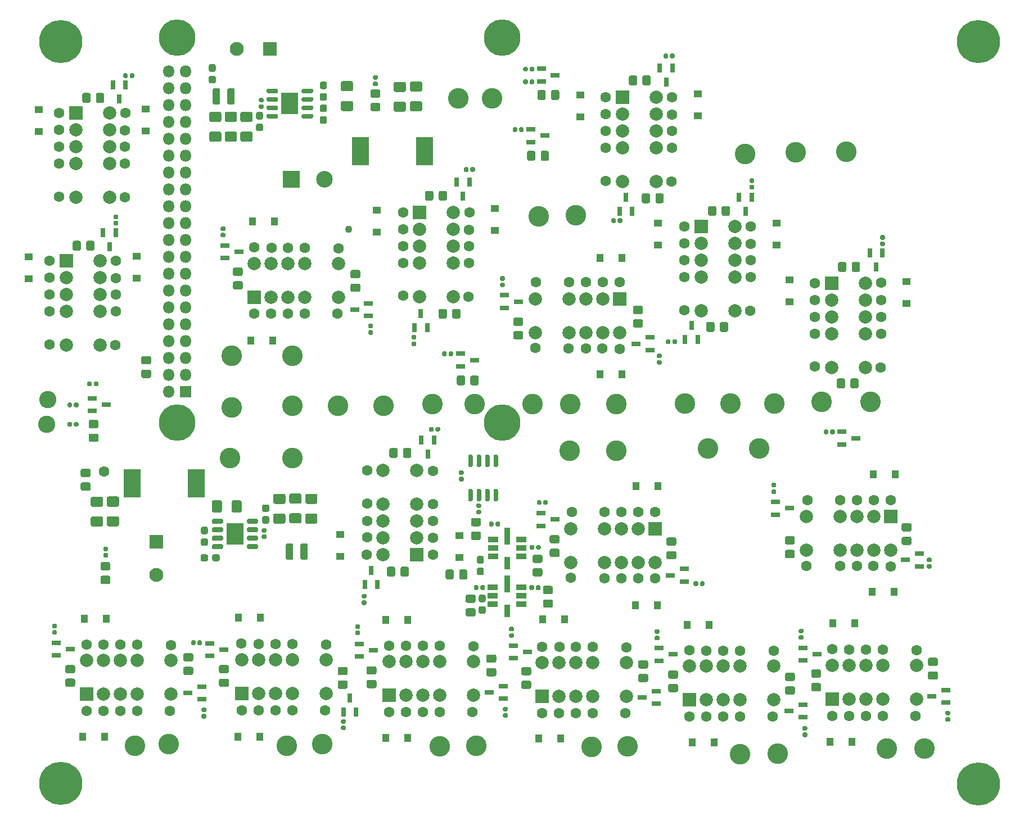
<source format=gbr>
%TF.GenerationSoftware,KiCad,Pcbnew,5.1.6-c6e7f7d~86~ubuntu18.04.1*%
%TF.CreationDate,2020-05-20T11:00:07-07:00*%
%TF.ProjectId,Cal_Station,43616c5f-5374-4617-9469-6f6e2e6b6963,rev?*%
%TF.SameCoordinates,Original*%
%TF.FileFunction,Soldermask,Top*%
%TF.FilePolarity,Negative*%
%FSLAX46Y46*%
G04 Gerber Fmt 4.6, Leading zero omitted, Abs format (unit mm)*
G04 Created by KiCad (PCBNEW 5.1.6-c6e7f7d~86~ubuntu18.04.1) date 2020-05-20 11:00:07*
%MOMM*%
%LPD*%
G01*
G04 APERTURE LIST*
%ADD10R,1.600000X0.820000*%
%ADD11R,0.820000X1.850000*%
%ADD12R,0.820000X2.600000*%
%ADD13C,3.100000*%
%ADD14C,2.600000*%
%ADD15R,1.440000X0.740000*%
%ADD16R,0.740000X1.440000*%
%ADD17C,1.600000*%
%ADD18C,2.000000*%
%ADD19R,2.000000X2.000000*%
%ADD20R,1.300000X1.000000*%
%ADD21C,0.900000*%
%ADD22C,6.500000*%
%ADD23C,5.500000*%
%ADD24R,2.614000X3.300000*%
%ADD25C,1.100000*%
%ADD26O,1.800000X1.800000*%
%ADD27R,1.800000X1.800000*%
%ADD28R,2.500000X4.300000*%
%ADD29R,1.000000X1.300000*%
%ADD30C,2.100000*%
%ADD31R,2.100000X2.100000*%
%ADD32C,2.500000*%
%ADD33R,2.500000X2.500000*%
G04 APERTURE END LIST*
%TO.C,FB2*%
G36*
G01*
X107668262Y-105710000D02*
X106711738Y-105710000D01*
G75*
G02*
X106440000Y-105438262I0J271738D01*
G01*
X106440000Y-104731738D01*
G75*
G02*
X106711738Y-104460000I271738J0D01*
G01*
X107668262Y-104460000D01*
G75*
G02*
X107940000Y-104731738I0J-271738D01*
G01*
X107940000Y-105438262D01*
G75*
G02*
X107668262Y-105710000I-271738J0D01*
G01*
G37*
G36*
G01*
X107668262Y-107760000D02*
X106711738Y-107760000D01*
G75*
G02*
X106440000Y-107488262I0J271738D01*
G01*
X106440000Y-106781738D01*
G75*
G02*
X106711738Y-106510000I271738J0D01*
G01*
X107668262Y-106510000D01*
G75*
G02*
X107940000Y-106781738I0J-271738D01*
G01*
X107940000Y-107488262D01*
G75*
G02*
X107668262Y-107760000I-271738J0D01*
G01*
G37*
%TD*%
D10*
%TO.C,U5*%
X109750000Y-107680000D03*
X109750000Y-108950000D03*
X109750000Y-110220000D03*
D11*
X111900000Y-111230000D03*
D10*
X114050000Y-110220000D03*
X114050000Y-108950000D03*
X114050000Y-107680000D03*
D12*
X111900000Y-107200000D03*
%TD*%
%TO.C,U4*%
G36*
G01*
X110000000Y-100060000D02*
X110350000Y-100060000D01*
G75*
G02*
X110525000Y-100235000I0J-175000D01*
G01*
X110525000Y-101735000D01*
G75*
G02*
X110350000Y-101910000I-175000J0D01*
G01*
X110000000Y-101910000D01*
G75*
G02*
X109825000Y-101735000I0J175000D01*
G01*
X109825000Y-100235000D01*
G75*
G02*
X110000000Y-100060000I175000J0D01*
G01*
G37*
G36*
G01*
X108730000Y-100060000D02*
X109080000Y-100060000D01*
G75*
G02*
X109255000Y-100235000I0J-175000D01*
G01*
X109255000Y-101735000D01*
G75*
G02*
X109080000Y-101910000I-175000J0D01*
G01*
X108730000Y-101910000D01*
G75*
G02*
X108555000Y-101735000I0J175000D01*
G01*
X108555000Y-100235000D01*
G75*
G02*
X108730000Y-100060000I175000J0D01*
G01*
G37*
G36*
G01*
X107460000Y-100060000D02*
X107810000Y-100060000D01*
G75*
G02*
X107985000Y-100235000I0J-175000D01*
G01*
X107985000Y-101735000D01*
G75*
G02*
X107810000Y-101910000I-175000J0D01*
G01*
X107460000Y-101910000D01*
G75*
G02*
X107285000Y-101735000I0J175000D01*
G01*
X107285000Y-100235000D01*
G75*
G02*
X107460000Y-100060000I175000J0D01*
G01*
G37*
G36*
G01*
X106190000Y-100060000D02*
X106540000Y-100060000D01*
G75*
G02*
X106715000Y-100235000I0J-175000D01*
G01*
X106715000Y-101735000D01*
G75*
G02*
X106540000Y-101910000I-175000J0D01*
G01*
X106190000Y-101910000D01*
G75*
G02*
X106015000Y-101735000I0J175000D01*
G01*
X106015000Y-100235000D01*
G75*
G02*
X106190000Y-100060000I175000J0D01*
G01*
G37*
G36*
G01*
X106190000Y-94910000D02*
X106540000Y-94910000D01*
G75*
G02*
X106715000Y-95085000I0J-175000D01*
G01*
X106715000Y-96585000D01*
G75*
G02*
X106540000Y-96760000I-175000J0D01*
G01*
X106190000Y-96760000D01*
G75*
G02*
X106015000Y-96585000I0J175000D01*
G01*
X106015000Y-95085000D01*
G75*
G02*
X106190000Y-94910000I175000J0D01*
G01*
G37*
G36*
G01*
X107460000Y-94910000D02*
X107810000Y-94910000D01*
G75*
G02*
X107985000Y-95085000I0J-175000D01*
G01*
X107985000Y-96585000D01*
G75*
G02*
X107810000Y-96760000I-175000J0D01*
G01*
X107460000Y-96760000D01*
G75*
G02*
X107285000Y-96585000I0J175000D01*
G01*
X107285000Y-95085000D01*
G75*
G02*
X107460000Y-94910000I175000J0D01*
G01*
G37*
G36*
G01*
X108730000Y-94910000D02*
X109080000Y-94910000D01*
G75*
G02*
X109255000Y-95085000I0J-175000D01*
G01*
X109255000Y-96585000D01*
G75*
G02*
X109080000Y-96760000I-175000J0D01*
G01*
X108730000Y-96760000D01*
G75*
G02*
X108555000Y-96585000I0J175000D01*
G01*
X108555000Y-95085000D01*
G75*
G02*
X108730000Y-94910000I175000J0D01*
G01*
G37*
G36*
G01*
X110000000Y-94910000D02*
X110350000Y-94910000D01*
G75*
G02*
X110525000Y-95085000I0J-175000D01*
G01*
X110525000Y-96585000D01*
G75*
G02*
X110350000Y-96760000I-175000J0D01*
G01*
X110000000Y-96760000D01*
G75*
G02*
X109825000Y-96585000I0J175000D01*
G01*
X109825000Y-95085000D01*
G75*
G02*
X110000000Y-94910000I175000J0D01*
G01*
G37*
%TD*%
D10*
%TO.C,U3*%
X109730000Y-114910000D03*
X109730000Y-116180000D03*
X109730000Y-117450000D03*
D11*
X111880000Y-118460000D03*
D10*
X114030000Y-117450000D03*
X114030000Y-116180000D03*
X114030000Y-114910000D03*
D12*
X111880000Y-114430000D03*
%TD*%
D13*
%TO.C,TP18*%
X109610000Y-41240000D03*
%TD*%
%TO.C,TP17*%
X104560000Y-41240000D03*
%TD*%
D14*
%TO.C,TP16*%
X42570000Y-90340000D03*
%TD*%
%TO.C,TP15*%
X42720000Y-86610000D03*
%TD*%
%TO.C,R58*%
G36*
G01*
X115970000Y-108692500D02*
X115970000Y-109087500D01*
G75*
G02*
X115797500Y-109260000I-172500J0D01*
G01*
X115452500Y-109260000D01*
G75*
G02*
X115280000Y-109087500I0J172500D01*
G01*
X115280000Y-108692500D01*
G75*
G02*
X115452500Y-108520000I172500J0D01*
G01*
X115797500Y-108520000D01*
G75*
G02*
X115970000Y-108692500I0J-172500D01*
G01*
G37*
G36*
G01*
X116940000Y-108692500D02*
X116940000Y-109087500D01*
G75*
G02*
X116767500Y-109260000I-172500J0D01*
G01*
X116422500Y-109260000D01*
G75*
G02*
X116250000Y-109087500I0J172500D01*
G01*
X116250000Y-108692500D01*
G75*
G02*
X116422500Y-108520000I172500J0D01*
G01*
X116767500Y-108520000D01*
G75*
G02*
X116940000Y-108692500I0J-172500D01*
G01*
G37*
%TD*%
%TO.C,R57*%
G36*
G01*
X109860000Y-105172500D02*
X109860000Y-105567500D01*
G75*
G02*
X109687500Y-105740000I-172500J0D01*
G01*
X109342500Y-105740000D01*
G75*
G02*
X109170000Y-105567500I0J172500D01*
G01*
X109170000Y-105172500D01*
G75*
G02*
X109342500Y-105000000I172500J0D01*
G01*
X109687500Y-105000000D01*
G75*
G02*
X109860000Y-105172500I0J-172500D01*
G01*
G37*
G36*
G01*
X110830000Y-105172500D02*
X110830000Y-105567500D01*
G75*
G02*
X110657500Y-105740000I-172500J0D01*
G01*
X110312500Y-105740000D01*
G75*
G02*
X110140000Y-105567500I0J172500D01*
G01*
X110140000Y-105172500D01*
G75*
G02*
X110312500Y-105000000I172500J0D01*
G01*
X110657500Y-105000000D01*
G75*
G02*
X110830000Y-105172500I0J-172500D01*
G01*
G37*
%TD*%
%TO.C,R56*%
G36*
G01*
X107797500Y-102950000D02*
X107402500Y-102950000D01*
G75*
G02*
X107230000Y-102777500I0J172500D01*
G01*
X107230000Y-102432500D01*
G75*
G02*
X107402500Y-102260000I172500J0D01*
G01*
X107797500Y-102260000D01*
G75*
G02*
X107970000Y-102432500I0J-172500D01*
G01*
X107970000Y-102777500D01*
G75*
G02*
X107797500Y-102950000I-172500J0D01*
G01*
G37*
G36*
G01*
X107797500Y-103920000D02*
X107402500Y-103920000D01*
G75*
G02*
X107230000Y-103747500I0J172500D01*
G01*
X107230000Y-103402500D01*
G75*
G02*
X107402500Y-103230000I172500J0D01*
G01*
X107797500Y-103230000D01*
G75*
G02*
X107970000Y-103402500I0J-172500D01*
G01*
X107970000Y-103747500D01*
G75*
G02*
X107797500Y-103920000I-172500J0D01*
G01*
G37*
%TD*%
%TO.C,R55*%
G36*
G01*
X49630000Y-84447500D02*
X49630000Y-84052500D01*
G75*
G02*
X49802500Y-83880000I172500J0D01*
G01*
X50147500Y-83880000D01*
G75*
G02*
X50320000Y-84052500I0J-172500D01*
G01*
X50320000Y-84447500D01*
G75*
G02*
X50147500Y-84620000I-172500J0D01*
G01*
X49802500Y-84620000D01*
G75*
G02*
X49630000Y-84447500I0J172500D01*
G01*
G37*
G36*
G01*
X48660000Y-84447500D02*
X48660000Y-84052500D01*
G75*
G02*
X48832500Y-83880000I172500J0D01*
G01*
X49177500Y-83880000D01*
G75*
G02*
X49350000Y-84052500I0J-172500D01*
G01*
X49350000Y-84447500D01*
G75*
G02*
X49177500Y-84620000I-172500J0D01*
G01*
X48832500Y-84620000D01*
G75*
G02*
X48660000Y-84447500I0J172500D01*
G01*
G37*
%TD*%
%TO.C,R54*%
G36*
G01*
X46650000Y-90537500D02*
X46650000Y-90142500D01*
G75*
G02*
X46822500Y-89970000I172500J0D01*
G01*
X47167500Y-89970000D01*
G75*
G02*
X47340000Y-90142500I0J-172500D01*
G01*
X47340000Y-90537500D01*
G75*
G02*
X47167500Y-90710000I-172500J0D01*
G01*
X46822500Y-90710000D01*
G75*
G02*
X46650000Y-90537500I0J172500D01*
G01*
G37*
G36*
G01*
X45680000Y-90537500D02*
X45680000Y-90142500D01*
G75*
G02*
X45852500Y-89970000I172500J0D01*
G01*
X46197500Y-89970000D01*
G75*
G02*
X46370000Y-90142500I0J-172500D01*
G01*
X46370000Y-90537500D01*
G75*
G02*
X46197500Y-90710000I-172500J0D01*
G01*
X45852500Y-90710000D01*
G75*
G02*
X45680000Y-90537500I0J172500D01*
G01*
G37*
%TD*%
%TO.C,R53*%
G36*
G01*
X46650000Y-87617500D02*
X46650000Y-87222500D01*
G75*
G02*
X46822500Y-87050000I172500J0D01*
G01*
X47167500Y-87050000D01*
G75*
G02*
X47340000Y-87222500I0J-172500D01*
G01*
X47340000Y-87617500D01*
G75*
G02*
X47167500Y-87790000I-172500J0D01*
G01*
X46822500Y-87790000D01*
G75*
G02*
X46650000Y-87617500I0J172500D01*
G01*
G37*
G36*
G01*
X45680000Y-87617500D02*
X45680000Y-87222500D01*
G75*
G02*
X45852500Y-87050000I172500J0D01*
G01*
X46197500Y-87050000D01*
G75*
G02*
X46370000Y-87222500I0J-172500D01*
G01*
X46370000Y-87617500D01*
G75*
G02*
X46197500Y-87790000I-172500J0D01*
G01*
X45852500Y-87790000D01*
G75*
G02*
X45680000Y-87617500I0J172500D01*
G01*
G37*
%TD*%
%TO.C,R52*%
G36*
G01*
X105177500Y-97970000D02*
X104782500Y-97970000D01*
G75*
G02*
X104610000Y-97797500I0J172500D01*
G01*
X104610000Y-97452500D01*
G75*
G02*
X104782500Y-97280000I172500J0D01*
G01*
X105177500Y-97280000D01*
G75*
G02*
X105350000Y-97452500I0J-172500D01*
G01*
X105350000Y-97797500D01*
G75*
G02*
X105177500Y-97970000I-172500J0D01*
G01*
G37*
G36*
G01*
X105177500Y-98940000D02*
X104782500Y-98940000D01*
G75*
G02*
X104610000Y-98767500I0J172500D01*
G01*
X104610000Y-98422500D01*
G75*
G02*
X104782500Y-98250000I172500J0D01*
G01*
X105177500Y-98250000D01*
G75*
G02*
X105350000Y-98422500I0J-172500D01*
G01*
X105350000Y-98767500D01*
G75*
G02*
X105177500Y-98940000I-172500J0D01*
G01*
G37*
%TD*%
%TO.C,R51*%
G36*
G01*
X115930000Y-114762500D02*
X115930000Y-115157500D01*
G75*
G02*
X115757500Y-115330000I-172500J0D01*
G01*
X115412500Y-115330000D01*
G75*
G02*
X115240000Y-115157500I0J172500D01*
G01*
X115240000Y-114762500D01*
G75*
G02*
X115412500Y-114590000I172500J0D01*
G01*
X115757500Y-114590000D01*
G75*
G02*
X115930000Y-114762500I0J-172500D01*
G01*
G37*
G36*
G01*
X116900000Y-114762500D02*
X116900000Y-115157500D01*
G75*
G02*
X116727500Y-115330000I-172500J0D01*
G01*
X116382500Y-115330000D01*
G75*
G02*
X116210000Y-115157500I0J172500D01*
G01*
X116210000Y-114762500D01*
G75*
G02*
X116382500Y-114590000I172500J0D01*
G01*
X116727500Y-114590000D01*
G75*
G02*
X116900000Y-114762500I0J-172500D01*
G01*
G37*
%TD*%
%TO.C,R50*%
G36*
G01*
X55050000Y-38027500D02*
X55050000Y-37632500D01*
G75*
G02*
X55222500Y-37460000I172500J0D01*
G01*
X55567500Y-37460000D01*
G75*
G02*
X55740000Y-37632500I0J-172500D01*
G01*
X55740000Y-38027500D01*
G75*
G02*
X55567500Y-38200000I-172500J0D01*
G01*
X55222500Y-38200000D01*
G75*
G02*
X55050000Y-38027500I0J172500D01*
G01*
G37*
G36*
G01*
X54080000Y-38027500D02*
X54080000Y-37632500D01*
G75*
G02*
X54252500Y-37460000I172500J0D01*
G01*
X54597500Y-37460000D01*
G75*
G02*
X54770000Y-37632500I0J-172500D01*
G01*
X54770000Y-38027500D01*
G75*
G02*
X54597500Y-38200000I-172500J0D01*
G01*
X54252500Y-38200000D01*
G75*
G02*
X54080000Y-38027500I0J172500D01*
G01*
G37*
%TD*%
%TO.C,R41*%
G36*
G01*
X53167500Y-59440000D02*
X52772500Y-59440000D01*
G75*
G02*
X52600000Y-59267500I0J172500D01*
G01*
X52600000Y-58922500D01*
G75*
G02*
X52772500Y-58750000I172500J0D01*
G01*
X53167500Y-58750000D01*
G75*
G02*
X53340000Y-58922500I0J-172500D01*
G01*
X53340000Y-59267500D01*
G75*
G02*
X53167500Y-59440000I-172500J0D01*
G01*
G37*
G36*
G01*
X53167500Y-60410000D02*
X52772500Y-60410000D01*
G75*
G02*
X52600000Y-60237500I0J172500D01*
G01*
X52600000Y-59892500D01*
G75*
G02*
X52772500Y-59720000I172500J0D01*
G01*
X53167500Y-59720000D01*
G75*
G02*
X53340000Y-59892500I0J-172500D01*
G01*
X53340000Y-60237500D01*
G75*
G02*
X53167500Y-60410000I-172500J0D01*
G01*
G37*
%TD*%
%TO.C,R40*%
G36*
G01*
X107850000Y-115137500D02*
X107850000Y-114742500D01*
G75*
G02*
X108022500Y-114570000I172500J0D01*
G01*
X108367500Y-114570000D01*
G75*
G02*
X108540000Y-114742500I0J-172500D01*
G01*
X108540000Y-115137500D01*
G75*
G02*
X108367500Y-115310000I-172500J0D01*
G01*
X108022500Y-115310000D01*
G75*
G02*
X107850000Y-115137500I0J172500D01*
G01*
G37*
G36*
G01*
X106880000Y-115137500D02*
X106880000Y-114742500D01*
G75*
G02*
X107052500Y-114570000I172500J0D01*
G01*
X107397500Y-114570000D01*
G75*
G02*
X107570000Y-114742500I0J-172500D01*
G01*
X107570000Y-115137500D01*
G75*
G02*
X107397500Y-115310000I-172500J0D01*
G01*
X107052500Y-115310000D01*
G75*
G02*
X106880000Y-115137500I0J172500D01*
G01*
G37*
%TD*%
D15*
%TO.C,Q36*%
X49410000Y-86430000D03*
X49410000Y-88330000D03*
X51510000Y-87380000D03*
%TD*%
D16*
%TO.C,Q35*%
X54420000Y-39190000D03*
X52520000Y-39190000D03*
X53470000Y-41290000D03*
%TD*%
%TO.C,Q34*%
X52960000Y-61480000D03*
X51060000Y-61480000D03*
X52010000Y-63580000D03*
%TD*%
D17*
%TO.C,K17*%
X42980000Y-70820000D03*
X52930000Y-70815000D03*
D18*
X50580000Y-70820000D03*
X45500000Y-70820000D03*
X50580000Y-68280000D03*
X50580000Y-65740000D03*
X50580000Y-73360000D03*
X45500000Y-78440000D03*
D19*
X45500000Y-65740000D03*
D18*
X50580000Y-78440000D03*
X45500000Y-68280000D03*
X45500000Y-73360000D03*
D17*
X52880000Y-78440000D03*
X52930000Y-73365000D03*
X52930000Y-68315000D03*
X52980000Y-65715000D03*
X42980000Y-65740000D03*
X42980000Y-68280000D03*
X42980000Y-73360000D03*
X42980000Y-78290000D03*
%TD*%
%TO.C,K16*%
X44410000Y-48550000D03*
X54360000Y-48545000D03*
D18*
X52010000Y-48550000D03*
X46930000Y-48550000D03*
X52010000Y-46010000D03*
X52010000Y-43470000D03*
X52010000Y-51090000D03*
X46930000Y-56170000D03*
D19*
X46930000Y-43470000D03*
D18*
X52010000Y-56170000D03*
X46930000Y-46010000D03*
X46930000Y-51090000D03*
D17*
X54310000Y-56170000D03*
X54360000Y-51095000D03*
X54360000Y-46045000D03*
X54410000Y-43445000D03*
X44410000Y-43470000D03*
X44410000Y-46010000D03*
X44410000Y-51090000D03*
X44410000Y-56020000D03*
%TD*%
D20*
%TO.C,D36*%
X41380000Y-46240000D03*
X41380000Y-42940000D03*
%TD*%
%TO.C,D35*%
X56100000Y-65050000D03*
X56100000Y-68350000D03*
%TD*%
%TO.C,D34*%
X39850000Y-68420000D03*
X39850000Y-65120000D03*
%TD*%
%TO.C,D33*%
X57450000Y-42830000D03*
X57450000Y-46130000D03*
%TD*%
%TO.C,C66*%
G36*
G01*
X117551738Y-116720000D02*
X118508262Y-116720000D01*
G75*
G02*
X118780000Y-116991738I0J-271738D01*
G01*
X118780000Y-117698262D01*
G75*
G02*
X118508262Y-117970000I-271738J0D01*
G01*
X117551738Y-117970000D01*
G75*
G02*
X117280000Y-117698262I0J271738D01*
G01*
X117280000Y-116991738D01*
G75*
G02*
X117551738Y-116720000I271738J0D01*
G01*
G37*
G36*
G01*
X117551738Y-114670000D02*
X118508262Y-114670000D01*
G75*
G02*
X118780000Y-114941738I0J-271738D01*
G01*
X118780000Y-115648262D01*
G75*
G02*
X118508262Y-115920000I-271738J0D01*
G01*
X117551738Y-115920000D01*
G75*
G02*
X117280000Y-115648262I0J271738D01*
G01*
X117280000Y-114941738D01*
G75*
G02*
X117551738Y-114670000I271738J0D01*
G01*
G37*
%TD*%
%TO.C,C64*%
G36*
G01*
X107587500Y-111920000D02*
X108112500Y-111920000D01*
G75*
G02*
X108375000Y-112182500I0J-262500D01*
G01*
X108375000Y-112807500D01*
G75*
G02*
X108112500Y-113070000I-262500J0D01*
G01*
X107587500Y-113070000D01*
G75*
G02*
X107325000Y-112807500I0J262500D01*
G01*
X107325000Y-112182500D01*
G75*
G02*
X107587500Y-111920000I262500J0D01*
G01*
G37*
G36*
G01*
X107587500Y-110170000D02*
X108112500Y-110170000D01*
G75*
G02*
X108375000Y-110432500I0J-262500D01*
G01*
X108375000Y-111057500D01*
G75*
G02*
X108112500Y-111320000I-262500J0D01*
G01*
X107587500Y-111320000D01*
G75*
G02*
X107325000Y-111057500I0J262500D01*
G01*
X107325000Y-110432500D01*
G75*
G02*
X107587500Y-110170000I262500J0D01*
G01*
G37*
%TD*%
%TO.C,C63*%
G36*
G01*
X105911738Y-118050000D02*
X106868262Y-118050000D01*
G75*
G02*
X107140000Y-118321738I0J-271738D01*
G01*
X107140000Y-119028262D01*
G75*
G02*
X106868262Y-119300000I-271738J0D01*
G01*
X105911738Y-119300000D01*
G75*
G02*
X105640000Y-119028262I0J271738D01*
G01*
X105640000Y-118321738D01*
G75*
G02*
X105911738Y-118050000I271738J0D01*
G01*
G37*
G36*
G01*
X105911738Y-116000000D02*
X106868262Y-116000000D01*
G75*
G02*
X107140000Y-116271738I0J-271738D01*
G01*
X107140000Y-116978262D01*
G75*
G02*
X106868262Y-117250000I-271738J0D01*
G01*
X105911738Y-117250000D01*
G75*
G02*
X105640000Y-116978262I0J271738D01*
G01*
X105640000Y-116271738D01*
G75*
G02*
X105911738Y-116000000I271738J0D01*
G01*
G37*
%TD*%
%TO.C,C61*%
G36*
G01*
X48898262Y-98300000D02*
X47941738Y-98300000D01*
G75*
G02*
X47670000Y-98028262I0J271738D01*
G01*
X47670000Y-97321738D01*
G75*
G02*
X47941738Y-97050000I271738J0D01*
G01*
X48898262Y-97050000D01*
G75*
G02*
X49170000Y-97321738I0J-271738D01*
G01*
X49170000Y-98028262D01*
G75*
G02*
X48898262Y-98300000I-271738J0D01*
G01*
G37*
G36*
G01*
X48898262Y-100350000D02*
X47941738Y-100350000D01*
G75*
G02*
X47670000Y-100078262I0J271738D01*
G01*
X47670000Y-99371738D01*
G75*
G02*
X47941738Y-99100000I271738J0D01*
G01*
X48898262Y-99100000D01*
G75*
G02*
X49170000Y-99371738I0J-271738D01*
G01*
X49170000Y-100078262D01*
G75*
G02*
X48898262Y-100350000I-271738J0D01*
G01*
G37*
%TD*%
%TO.C,C60*%
G36*
G01*
X50098262Y-90940000D02*
X49141738Y-90940000D01*
G75*
G02*
X48870000Y-90668262I0J271738D01*
G01*
X48870000Y-89961738D01*
G75*
G02*
X49141738Y-89690000I271738J0D01*
G01*
X50098262Y-89690000D01*
G75*
G02*
X50370000Y-89961738I0J-271738D01*
G01*
X50370000Y-90668262D01*
G75*
G02*
X50098262Y-90940000I-271738J0D01*
G01*
G37*
G36*
G01*
X50098262Y-92990000D02*
X49141738Y-92990000D01*
G75*
G02*
X48870000Y-92718262I0J271738D01*
G01*
X48870000Y-92011738D01*
G75*
G02*
X49141738Y-91740000I271738J0D01*
G01*
X50098262Y-91740000D01*
G75*
G02*
X50370000Y-92011738I0J-271738D01*
G01*
X50370000Y-92718262D01*
G75*
G02*
X50098262Y-92990000I-271738J0D01*
G01*
G37*
%TD*%
%TO.C,C59*%
G36*
G01*
X115981738Y-112020000D02*
X116938262Y-112020000D01*
G75*
G02*
X117210000Y-112291738I0J-271738D01*
G01*
X117210000Y-112998262D01*
G75*
G02*
X116938262Y-113270000I-271738J0D01*
G01*
X115981738Y-113270000D01*
G75*
G02*
X115710000Y-112998262I0J271738D01*
G01*
X115710000Y-112291738D01*
G75*
G02*
X115981738Y-112020000I271738J0D01*
G01*
G37*
G36*
G01*
X115981738Y-109970000D02*
X116938262Y-109970000D01*
G75*
G02*
X117210000Y-110241738I0J-271738D01*
G01*
X117210000Y-110948262D01*
G75*
G02*
X116938262Y-111220000I-271738J0D01*
G01*
X115981738Y-111220000D01*
G75*
G02*
X115710000Y-110948262I0J271738D01*
G01*
X115710000Y-110241738D01*
G75*
G02*
X115981738Y-109970000I271738J0D01*
G01*
G37*
%TD*%
%TO.C,C57*%
G36*
G01*
X49970000Y-41648262D02*
X49970000Y-40691738D01*
G75*
G02*
X50241738Y-40420000I271738J0D01*
G01*
X50948262Y-40420000D01*
G75*
G02*
X51220000Y-40691738I0J-271738D01*
G01*
X51220000Y-41648262D01*
G75*
G02*
X50948262Y-41920000I-271738J0D01*
G01*
X50241738Y-41920000D01*
G75*
G02*
X49970000Y-41648262I0J271738D01*
G01*
G37*
G36*
G01*
X47920000Y-41648262D02*
X47920000Y-40691738D01*
G75*
G02*
X48191738Y-40420000I271738J0D01*
G01*
X48898262Y-40420000D01*
G75*
G02*
X49170000Y-40691738I0J-271738D01*
G01*
X49170000Y-41648262D01*
G75*
G02*
X48898262Y-41920000I-271738J0D01*
G01*
X48191738Y-41920000D01*
G75*
G02*
X47920000Y-41648262I0J271738D01*
G01*
G37*
%TD*%
%TO.C,C56*%
G36*
G01*
X48510000Y-63918262D02*
X48510000Y-62961738D01*
G75*
G02*
X48781738Y-62690000I271738J0D01*
G01*
X49488262Y-62690000D01*
G75*
G02*
X49760000Y-62961738I0J-271738D01*
G01*
X49760000Y-63918262D01*
G75*
G02*
X49488262Y-64190000I-271738J0D01*
G01*
X48781738Y-64190000D01*
G75*
G02*
X48510000Y-63918262I0J271738D01*
G01*
G37*
G36*
G01*
X46460000Y-63918262D02*
X46460000Y-62961738D01*
G75*
G02*
X46731738Y-62690000I271738J0D01*
G01*
X47438262Y-62690000D01*
G75*
G02*
X47710000Y-62961738I0J-271738D01*
G01*
X47710000Y-63918262D01*
G75*
G02*
X47438262Y-64190000I-271738J0D01*
G01*
X46731738Y-64190000D01*
G75*
G02*
X46460000Y-63918262I0J271738D01*
G01*
G37*
%TD*%
%TO.C,C55*%
G36*
G01*
X107867500Y-117740000D02*
X108392500Y-117740000D01*
G75*
G02*
X108655000Y-118002500I0J-262500D01*
G01*
X108655000Y-118627500D01*
G75*
G02*
X108392500Y-118890000I-262500J0D01*
G01*
X107867500Y-118890000D01*
G75*
G02*
X107605000Y-118627500I0J262500D01*
G01*
X107605000Y-118002500D01*
G75*
G02*
X107867500Y-117740000I262500J0D01*
G01*
G37*
G36*
G01*
X107867500Y-115990000D02*
X108392500Y-115990000D01*
G75*
G02*
X108655000Y-116252500I0J-262500D01*
G01*
X108655000Y-116877500D01*
G75*
G02*
X108392500Y-117140000I-262500J0D01*
G01*
X107867500Y-117140000D01*
G75*
G02*
X107605000Y-116877500I0J262500D01*
G01*
X107605000Y-116252500D01*
G75*
G02*
X107867500Y-115990000I262500J0D01*
G01*
G37*
%TD*%
%TO.C,C54*%
G36*
G01*
X103860000Y-112491738D02*
X103860000Y-113448262D01*
G75*
G02*
X103588262Y-113720000I-271738J0D01*
G01*
X102881738Y-113720000D01*
G75*
G02*
X102610000Y-113448262I0J271738D01*
G01*
X102610000Y-112491738D01*
G75*
G02*
X102881738Y-112220000I271738J0D01*
G01*
X103588262Y-112220000D01*
G75*
G02*
X103860000Y-112491738I0J-271738D01*
G01*
G37*
G36*
G01*
X105910000Y-112491738D02*
X105910000Y-113448262D01*
G75*
G02*
X105638262Y-113720000I-271738J0D01*
G01*
X104931738Y-113720000D01*
G75*
G02*
X104660000Y-113448262I0J271738D01*
G01*
X104660000Y-112491738D01*
G75*
G02*
X104931738Y-112220000I271738J0D01*
G01*
X105638262Y-112220000D01*
G75*
G02*
X105910000Y-112491738I0J-271738D01*
G01*
G37*
%TD*%
D21*
%TO.C,H8*%
X46377056Y-30992944D03*
X44680000Y-30290000D03*
X42982944Y-30992944D03*
X42280000Y-32690000D03*
X42982944Y-34387056D03*
X44680000Y-35090000D03*
X46377056Y-34387056D03*
X47080000Y-32690000D03*
D22*
X44680000Y-32690000D03*
%TD*%
D21*
%TO.C,H7*%
X184527056Y-30992944D03*
X182830000Y-30290000D03*
X181132944Y-30992944D03*
X180430000Y-32690000D03*
X181132944Y-34387056D03*
X182830000Y-35090000D03*
X184527056Y-34387056D03*
X185230000Y-32690000D03*
D22*
X182830000Y-32690000D03*
%TD*%
D21*
%TO.C,H6*%
X46377056Y-142782944D03*
X44680000Y-142080000D03*
X42982944Y-142782944D03*
X42280000Y-144480000D03*
X42982944Y-146177056D03*
X44680000Y-146880000D03*
X46377056Y-146177056D03*
X47080000Y-144480000D03*
D22*
X44680000Y-144480000D03*
%TD*%
D21*
%TO.C,H5*%
X184527056Y-142802944D03*
X182830000Y-142100000D03*
X181132944Y-142802944D03*
X180430000Y-144500000D03*
X181132944Y-146197056D03*
X182830000Y-146900000D03*
X184527056Y-146197056D03*
X185230000Y-144500000D03*
D22*
X182830000Y-144500000D03*
%TD*%
D21*
%TO.C,H4*%
X112601891Y-30688109D03*
X111170000Y-30095000D03*
X109738109Y-30688109D03*
X109145000Y-32120000D03*
X109738109Y-33551891D03*
X111170000Y-34145000D03*
X112601891Y-33551891D03*
X113195000Y-32120000D03*
D23*
X111170000Y-32120000D03*
%TD*%
D21*
%TO.C,H3*%
X63601891Y-88688109D03*
X62170000Y-88095000D03*
X60738109Y-88688109D03*
X60145000Y-90120000D03*
X60738109Y-91551891D03*
X62170000Y-92145000D03*
X63601891Y-91551891D03*
X64195000Y-90120000D03*
D23*
X62170000Y-90120000D03*
%TD*%
D21*
%TO.C,H2*%
X112601891Y-88688109D03*
X111170000Y-88095000D03*
X109738109Y-88688109D03*
X109145000Y-90120000D03*
X109738109Y-91551891D03*
X111170000Y-92145000D03*
X112601891Y-91551891D03*
X113195000Y-90120000D03*
D23*
X111170000Y-90120000D03*
%TD*%
D21*
%TO.C,H1*%
X63601891Y-30688109D03*
X62170000Y-30095000D03*
X60738109Y-30688109D03*
X60145000Y-32120000D03*
X60738109Y-33551891D03*
X62170000Y-34145000D03*
X63601891Y-33551891D03*
X64195000Y-32120000D03*
D23*
X62170000Y-32120000D03*
%TD*%
D17*
%TO.C,K14*%
X164544000Y-101742000D03*
X164549000Y-111692000D03*
D18*
X164544000Y-109342000D03*
X164544000Y-104262000D03*
X167084000Y-109342000D03*
X169624000Y-109342000D03*
X162004000Y-109342000D03*
X156924000Y-104262000D03*
D19*
X169624000Y-104262000D03*
D18*
X156924000Y-109342000D03*
X167084000Y-104262000D03*
X162004000Y-104262000D03*
D17*
X156924000Y-111642000D03*
X161999000Y-111692000D03*
X167049000Y-111692000D03*
X169649000Y-111742000D03*
X169624000Y-101742000D03*
X167084000Y-101742000D03*
X162004000Y-101742000D03*
X157074000Y-101742000D03*
%TD*%
D13*
%TO.C,J28*%
X142130000Y-94000000D03*
%TD*%
%TO.C,J27*%
X149790000Y-94000000D03*
%TD*%
%TO.C,J26*%
X162930000Y-49260000D03*
%TD*%
%TO.C,J25*%
X155320000Y-49400000D03*
%TD*%
%TO.C,J24*%
X147750000Y-49660000D03*
%TD*%
%TO.C,J23*%
X159204000Y-86946000D03*
%TD*%
%TO.C,J22*%
X152092000Y-87200000D03*
%TD*%
%TO.C,J20*%
X145488000Y-87200000D03*
%TD*%
%TO.C,J19*%
X116620000Y-58990000D03*
%TD*%
%TO.C,J18*%
X122190000Y-58810000D03*
%TD*%
%TO.C,J17*%
X138630000Y-87200000D03*
%TD*%
%TO.C,J16*%
X79580000Y-80000000D03*
%TD*%
%TO.C,J15*%
X70430000Y-80000000D03*
%TD*%
%TO.C,J14*%
X128320000Y-94300000D03*
%TD*%
%TO.C,J13*%
X128290000Y-87300000D03*
%TD*%
%TO.C,J12*%
X121320000Y-94300000D03*
%TD*%
%TO.C,J11*%
X121360000Y-87300000D03*
%TD*%
%TO.C,J10*%
X166570000Y-86946000D03*
%TD*%
%TO.C,J9*%
X115720000Y-87280000D03*
%TD*%
%TO.C,J8*%
X106950000Y-87300000D03*
%TD*%
%TO.C,J7*%
X100660000Y-87300000D03*
%TD*%
%TO.C,J6*%
X86436000Y-87562000D03*
%TD*%
%TO.C,J5*%
X93294000Y-87562000D03*
%TD*%
%TO.C,J4*%
X79578000Y-95436000D03*
%TD*%
%TO.C,J3*%
X79580000Y-87560000D03*
%TD*%
%TO.C,J2*%
X70180000Y-95436000D03*
%TD*%
%TO.C,J1*%
X70430000Y-87816000D03*
%TD*%
D24*
%TO.C,U2*%
X79170000Y-42010000D03*
G36*
G01*
X80945000Y-40280000D02*
X80945000Y-39930000D01*
G75*
G02*
X81120000Y-39755000I175000J0D01*
G01*
X82495000Y-39755000D01*
G75*
G02*
X82670000Y-39930000I0J-175000D01*
G01*
X82670000Y-40280000D01*
G75*
G02*
X82495000Y-40455000I-175000J0D01*
G01*
X81120000Y-40455000D01*
G75*
G02*
X80945000Y-40280000I0J175000D01*
G01*
G37*
G36*
G01*
X80945000Y-41550000D02*
X80945000Y-41200000D01*
G75*
G02*
X81120000Y-41025000I175000J0D01*
G01*
X82495000Y-41025000D01*
G75*
G02*
X82670000Y-41200000I0J-175000D01*
G01*
X82670000Y-41550000D01*
G75*
G02*
X82495000Y-41725000I-175000J0D01*
G01*
X81120000Y-41725000D01*
G75*
G02*
X80945000Y-41550000I0J175000D01*
G01*
G37*
G36*
G01*
X80945000Y-42820000D02*
X80945000Y-42470000D01*
G75*
G02*
X81120000Y-42295000I175000J0D01*
G01*
X82495000Y-42295000D01*
G75*
G02*
X82670000Y-42470000I0J-175000D01*
G01*
X82670000Y-42820000D01*
G75*
G02*
X82495000Y-42995000I-175000J0D01*
G01*
X81120000Y-42995000D01*
G75*
G02*
X80945000Y-42820000I0J175000D01*
G01*
G37*
G36*
G01*
X80945000Y-44090000D02*
X80945000Y-43740000D01*
G75*
G02*
X81120000Y-43565000I175000J0D01*
G01*
X82495000Y-43565000D01*
G75*
G02*
X82670000Y-43740000I0J-175000D01*
G01*
X82670000Y-44090000D01*
G75*
G02*
X82495000Y-44265000I-175000J0D01*
G01*
X81120000Y-44265000D01*
G75*
G02*
X80945000Y-44090000I0J175000D01*
G01*
G37*
G36*
G01*
X75670000Y-44090000D02*
X75670000Y-43740000D01*
G75*
G02*
X75845000Y-43565000I175000J0D01*
G01*
X77220000Y-43565000D01*
G75*
G02*
X77395000Y-43740000I0J-175000D01*
G01*
X77395000Y-44090000D01*
G75*
G02*
X77220000Y-44265000I-175000J0D01*
G01*
X75845000Y-44265000D01*
G75*
G02*
X75670000Y-44090000I0J175000D01*
G01*
G37*
G36*
G01*
X75670000Y-42820000D02*
X75670000Y-42470000D01*
G75*
G02*
X75845000Y-42295000I175000J0D01*
G01*
X77220000Y-42295000D01*
G75*
G02*
X77395000Y-42470000I0J-175000D01*
G01*
X77395000Y-42820000D01*
G75*
G02*
X77220000Y-42995000I-175000J0D01*
G01*
X75845000Y-42995000D01*
G75*
G02*
X75670000Y-42820000I0J175000D01*
G01*
G37*
G36*
G01*
X75670000Y-41550000D02*
X75670000Y-41200000D01*
G75*
G02*
X75845000Y-41025000I175000J0D01*
G01*
X77220000Y-41025000D01*
G75*
G02*
X77395000Y-41200000I0J-175000D01*
G01*
X77395000Y-41550000D01*
G75*
G02*
X77220000Y-41725000I-175000J0D01*
G01*
X75845000Y-41725000D01*
G75*
G02*
X75670000Y-41550000I0J175000D01*
G01*
G37*
G36*
G01*
X75670000Y-40280000D02*
X75670000Y-39930000D01*
G75*
G02*
X75845000Y-39755000I175000J0D01*
G01*
X77220000Y-39755000D01*
G75*
G02*
X77395000Y-39930000I0J-175000D01*
G01*
X77395000Y-40280000D01*
G75*
G02*
X77220000Y-40455000I-175000J0D01*
G01*
X75845000Y-40455000D01*
G75*
G02*
X75670000Y-40280000I0J175000D01*
G01*
G37*
%TD*%
%TO.C,U1*%
X70906000Y-106862000D03*
G36*
G01*
X69131000Y-108592000D02*
X69131000Y-108942000D01*
G75*
G02*
X68956000Y-109117000I-175000J0D01*
G01*
X67581000Y-109117000D01*
G75*
G02*
X67406000Y-108942000I0J175000D01*
G01*
X67406000Y-108592000D01*
G75*
G02*
X67581000Y-108417000I175000J0D01*
G01*
X68956000Y-108417000D01*
G75*
G02*
X69131000Y-108592000I0J-175000D01*
G01*
G37*
G36*
G01*
X69131000Y-107322000D02*
X69131000Y-107672000D01*
G75*
G02*
X68956000Y-107847000I-175000J0D01*
G01*
X67581000Y-107847000D01*
G75*
G02*
X67406000Y-107672000I0J175000D01*
G01*
X67406000Y-107322000D01*
G75*
G02*
X67581000Y-107147000I175000J0D01*
G01*
X68956000Y-107147000D01*
G75*
G02*
X69131000Y-107322000I0J-175000D01*
G01*
G37*
G36*
G01*
X69131000Y-106052000D02*
X69131000Y-106402000D01*
G75*
G02*
X68956000Y-106577000I-175000J0D01*
G01*
X67581000Y-106577000D01*
G75*
G02*
X67406000Y-106402000I0J175000D01*
G01*
X67406000Y-106052000D01*
G75*
G02*
X67581000Y-105877000I175000J0D01*
G01*
X68956000Y-105877000D01*
G75*
G02*
X69131000Y-106052000I0J-175000D01*
G01*
G37*
G36*
G01*
X69131000Y-104782000D02*
X69131000Y-105132000D01*
G75*
G02*
X68956000Y-105307000I-175000J0D01*
G01*
X67581000Y-105307000D01*
G75*
G02*
X67406000Y-105132000I0J175000D01*
G01*
X67406000Y-104782000D01*
G75*
G02*
X67581000Y-104607000I175000J0D01*
G01*
X68956000Y-104607000D01*
G75*
G02*
X69131000Y-104782000I0J-175000D01*
G01*
G37*
G36*
G01*
X74406000Y-104782000D02*
X74406000Y-105132000D01*
G75*
G02*
X74231000Y-105307000I-175000J0D01*
G01*
X72856000Y-105307000D01*
G75*
G02*
X72681000Y-105132000I0J175000D01*
G01*
X72681000Y-104782000D01*
G75*
G02*
X72856000Y-104607000I175000J0D01*
G01*
X74231000Y-104607000D01*
G75*
G02*
X74406000Y-104782000I0J-175000D01*
G01*
G37*
G36*
G01*
X74406000Y-106052000D02*
X74406000Y-106402000D01*
G75*
G02*
X74231000Y-106577000I-175000J0D01*
G01*
X72856000Y-106577000D01*
G75*
G02*
X72681000Y-106402000I0J175000D01*
G01*
X72681000Y-106052000D01*
G75*
G02*
X72856000Y-105877000I175000J0D01*
G01*
X74231000Y-105877000D01*
G75*
G02*
X74406000Y-106052000I0J-175000D01*
G01*
G37*
G36*
G01*
X74406000Y-107322000D02*
X74406000Y-107672000D01*
G75*
G02*
X74231000Y-107847000I-175000J0D01*
G01*
X72856000Y-107847000D01*
G75*
G02*
X72681000Y-107672000I0J175000D01*
G01*
X72681000Y-107322000D01*
G75*
G02*
X72856000Y-107147000I175000J0D01*
G01*
X74231000Y-107147000D01*
G75*
G02*
X74406000Y-107322000I0J-175000D01*
G01*
G37*
G36*
G01*
X74406000Y-108592000D02*
X74406000Y-108942000D01*
G75*
G02*
X74231000Y-109117000I-175000J0D01*
G01*
X72856000Y-109117000D01*
G75*
G02*
X72681000Y-108942000I0J175000D01*
G01*
X72681000Y-108592000D01*
G75*
G02*
X72856000Y-108417000I175000J0D01*
G01*
X74231000Y-108417000D01*
G75*
G02*
X74406000Y-108592000I0J-175000D01*
G01*
G37*
%TD*%
D13*
%TO.C,TP14*%
X124580000Y-138900000D03*
%TD*%
%TO.C,TP13*%
X129980000Y-138840000D03*
%TD*%
%TO.C,TP12*%
X146920000Y-140060000D03*
%TD*%
%TO.C,TP11*%
X152650000Y-139980000D03*
%TD*%
%TO.C,TP10*%
X169050000Y-139230000D03*
%TD*%
%TO.C,TP9*%
X174750000Y-139200000D03*
%TD*%
%TO.C,TP8*%
X55870000Y-138730000D03*
%TD*%
%TO.C,TP7*%
X60950000Y-138540000D03*
%TD*%
%TO.C,TP6*%
X78730000Y-138740000D03*
%TD*%
%TO.C,TP5*%
X84010000Y-138480000D03*
%TD*%
%TO.C,TP4*%
X101740000Y-138830000D03*
%TD*%
%TO.C,TP3*%
X107210000Y-138750000D03*
%TD*%
D25*
%TO.C,TP2*%
X88020000Y-60970000D03*
%TD*%
D17*
%TO.C,TP1*%
X51150000Y-97420000D03*
%TD*%
%TO.C,R49*%
G36*
G01*
X92247500Y-38440000D02*
X91852500Y-38440000D01*
G75*
G02*
X91680000Y-38267500I0J172500D01*
G01*
X91680000Y-37922500D01*
G75*
G02*
X91852500Y-37750000I172500J0D01*
G01*
X92247500Y-37750000D01*
G75*
G02*
X92420000Y-37922500I0J-172500D01*
G01*
X92420000Y-38267500D01*
G75*
G02*
X92247500Y-38440000I-172500J0D01*
G01*
G37*
G36*
G01*
X92247500Y-39410000D02*
X91852500Y-39410000D01*
G75*
G02*
X91680000Y-39237500I0J172500D01*
G01*
X91680000Y-38892500D01*
G75*
G02*
X91852500Y-38720000I172500J0D01*
G01*
X92247500Y-38720000D01*
G75*
G02*
X92420000Y-38892500I0J-172500D01*
G01*
X92420000Y-39237500D01*
G75*
G02*
X92247500Y-39410000I-172500J0D01*
G01*
G37*
%TD*%
%TO.C,R48*%
G36*
G01*
X51633500Y-109452000D02*
X51238500Y-109452000D01*
G75*
G02*
X51066000Y-109279500I0J172500D01*
G01*
X51066000Y-108934500D01*
G75*
G02*
X51238500Y-108762000I172500J0D01*
G01*
X51633500Y-108762000D01*
G75*
G02*
X51806000Y-108934500I0J-172500D01*
G01*
X51806000Y-109279500D01*
G75*
G02*
X51633500Y-109452000I-172500J0D01*
G01*
G37*
G36*
G01*
X51633500Y-110422000D02*
X51238500Y-110422000D01*
G75*
G02*
X51066000Y-110249500I0J172500D01*
G01*
X51066000Y-109904500D01*
G75*
G02*
X51238500Y-109732000I172500J0D01*
G01*
X51633500Y-109732000D01*
G75*
G02*
X51806000Y-109904500I0J-172500D01*
G01*
X51806000Y-110249500D01*
G75*
G02*
X51633500Y-110422000I-172500J0D01*
G01*
G37*
%TD*%
%TO.C,R47*%
G36*
G01*
X84482500Y-39850000D02*
X83957500Y-39850000D01*
G75*
G02*
X83695000Y-39587500I0J262500D01*
G01*
X83695000Y-38962500D01*
G75*
G02*
X83957500Y-38700000I262500J0D01*
G01*
X84482500Y-38700000D01*
G75*
G02*
X84745000Y-38962500I0J-262500D01*
G01*
X84745000Y-39587500D01*
G75*
G02*
X84482500Y-39850000I-262500J0D01*
G01*
G37*
G36*
G01*
X84482500Y-41600000D02*
X83957500Y-41600000D01*
G75*
G02*
X83695000Y-41337500I0J262500D01*
G01*
X83695000Y-40712500D01*
G75*
G02*
X83957500Y-40450000I262500J0D01*
G01*
X84482500Y-40450000D01*
G75*
G02*
X84745000Y-40712500I0J-262500D01*
G01*
X84745000Y-41337500D01*
G75*
G02*
X84482500Y-41600000I-262500J0D01*
G01*
G37*
%TD*%
%TO.C,R46*%
G36*
G01*
X84482500Y-43310000D02*
X83957500Y-43310000D01*
G75*
G02*
X83695000Y-43047500I0J262500D01*
G01*
X83695000Y-42422500D01*
G75*
G02*
X83957500Y-42160000I262500J0D01*
G01*
X84482500Y-42160000D01*
G75*
G02*
X84745000Y-42422500I0J-262500D01*
G01*
X84745000Y-43047500D01*
G75*
G02*
X84482500Y-43310000I-262500J0D01*
G01*
G37*
G36*
G01*
X84482500Y-45060000D02*
X83957500Y-45060000D01*
G75*
G02*
X83695000Y-44797500I0J262500D01*
G01*
X83695000Y-44172500D01*
G75*
G02*
X83957500Y-43910000I262500J0D01*
G01*
X84482500Y-43910000D01*
G75*
G02*
X84745000Y-44172500I0J-262500D01*
G01*
X84745000Y-44797500D01*
G75*
G02*
X84482500Y-45060000I-262500J0D01*
G01*
G37*
%TD*%
%TO.C,R45*%
G36*
G01*
X67466000Y-110714500D02*
X67466000Y-110189500D01*
G75*
G02*
X67728500Y-109927000I262500J0D01*
G01*
X68353500Y-109927000D01*
G75*
G02*
X68616000Y-110189500I0J-262500D01*
G01*
X68616000Y-110714500D01*
G75*
G02*
X68353500Y-110977000I-262500J0D01*
G01*
X67728500Y-110977000D01*
G75*
G02*
X67466000Y-110714500I0J262500D01*
G01*
G37*
G36*
G01*
X65716000Y-110714500D02*
X65716000Y-110189500D01*
G75*
G02*
X65978500Y-109927000I262500J0D01*
G01*
X66603500Y-109927000D01*
G75*
G02*
X66866000Y-110189500I0J-262500D01*
G01*
X66866000Y-110714500D01*
G75*
G02*
X66603500Y-110977000I-262500J0D01*
G01*
X65978500Y-110977000D01*
G75*
G02*
X65716000Y-110714500I0J262500D01*
G01*
G37*
%TD*%
%TO.C,R44*%
G36*
G01*
X66043500Y-107512000D02*
X66568500Y-107512000D01*
G75*
G02*
X66831000Y-107774500I0J-262500D01*
G01*
X66831000Y-108399500D01*
G75*
G02*
X66568500Y-108662000I-262500J0D01*
G01*
X66043500Y-108662000D01*
G75*
G02*
X65781000Y-108399500I0J262500D01*
G01*
X65781000Y-107774500D01*
G75*
G02*
X66043500Y-107512000I262500J0D01*
G01*
G37*
G36*
G01*
X66043500Y-105762000D02*
X66568500Y-105762000D01*
G75*
G02*
X66831000Y-106024500I0J-262500D01*
G01*
X66831000Y-106649500D01*
G75*
G02*
X66568500Y-106912000I-262500J0D01*
G01*
X66043500Y-106912000D01*
G75*
G02*
X65781000Y-106649500I0J262500D01*
G01*
X65781000Y-106024500D01*
G75*
G02*
X66043500Y-105762000I262500J0D01*
G01*
G37*
%TD*%
%TO.C,R43*%
G36*
G01*
X74672500Y-42130000D02*
X75067500Y-42130000D01*
G75*
G02*
X75240000Y-42302500I0J-172500D01*
G01*
X75240000Y-42647500D01*
G75*
G02*
X75067500Y-42820000I-172500J0D01*
G01*
X74672500Y-42820000D01*
G75*
G02*
X74500000Y-42647500I0J172500D01*
G01*
X74500000Y-42302500D01*
G75*
G02*
X74672500Y-42130000I172500J0D01*
G01*
G37*
G36*
G01*
X74672500Y-41160000D02*
X75067500Y-41160000D01*
G75*
G02*
X75240000Y-41332500I0J-172500D01*
G01*
X75240000Y-41677500D01*
G75*
G02*
X75067500Y-41850000I-172500J0D01*
G01*
X74672500Y-41850000D01*
G75*
G02*
X74500000Y-41677500I0J172500D01*
G01*
X74500000Y-41332500D01*
G75*
G02*
X74672500Y-41160000I172500J0D01*
G01*
G37*
%TD*%
%TO.C,R42*%
G36*
G01*
X75503500Y-106662000D02*
X75108500Y-106662000D01*
G75*
G02*
X74936000Y-106489500I0J172500D01*
G01*
X74936000Y-106144500D01*
G75*
G02*
X75108500Y-105972000I172500J0D01*
G01*
X75503500Y-105972000D01*
G75*
G02*
X75676000Y-106144500I0J-172500D01*
G01*
X75676000Y-106489500D01*
G75*
G02*
X75503500Y-106662000I-172500J0D01*
G01*
G37*
G36*
G01*
X75503500Y-107632000D02*
X75108500Y-107632000D01*
G75*
G02*
X74936000Y-107459500I0J172500D01*
G01*
X74936000Y-107114500D01*
G75*
G02*
X75108500Y-106942000I172500J0D01*
G01*
X75503500Y-106942000D01*
G75*
G02*
X75676000Y-107114500I0J-172500D01*
G01*
X75676000Y-107459500D01*
G75*
G02*
X75503500Y-107632000I-172500J0D01*
G01*
G37*
%TD*%
%TO.C,R39*%
G36*
G01*
X136490000Y-77702500D02*
X136490000Y-78097500D01*
G75*
G02*
X136317500Y-78270000I-172500J0D01*
G01*
X135972500Y-78270000D01*
G75*
G02*
X135800000Y-78097500I0J172500D01*
G01*
X135800000Y-77702500D01*
G75*
G02*
X135972500Y-77530000I172500J0D01*
G01*
X136317500Y-77530000D01*
G75*
G02*
X136490000Y-77702500I0J-172500D01*
G01*
G37*
G36*
G01*
X137460000Y-77702500D02*
X137460000Y-78097500D01*
G75*
G02*
X137287500Y-78270000I-172500J0D01*
G01*
X136942500Y-78270000D01*
G75*
G02*
X136770000Y-78097500I0J172500D01*
G01*
X136770000Y-77702500D01*
G75*
G02*
X136942500Y-77530000I172500J0D01*
G01*
X137287500Y-77530000D01*
G75*
G02*
X137460000Y-77702500I0J-172500D01*
G01*
G37*
%TD*%
%TO.C,R38*%
G36*
G01*
X152227500Y-99860000D02*
X151832500Y-99860000D01*
G75*
G02*
X151660000Y-99687500I0J172500D01*
G01*
X151660000Y-99342500D01*
G75*
G02*
X151832500Y-99170000I172500J0D01*
G01*
X152227500Y-99170000D01*
G75*
G02*
X152400000Y-99342500I0J-172500D01*
G01*
X152400000Y-99687500D01*
G75*
G02*
X152227500Y-99860000I-172500J0D01*
G01*
G37*
G36*
G01*
X152227500Y-100830000D02*
X151832500Y-100830000D01*
G75*
G02*
X151660000Y-100657500I0J172500D01*
G01*
X151660000Y-100312500D01*
G75*
G02*
X151832500Y-100140000I172500J0D01*
G01*
X152227500Y-100140000D01*
G75*
G02*
X152400000Y-100312500I0J-172500D01*
G01*
X152400000Y-100657500D01*
G75*
G02*
X152227500Y-100830000I-172500J0D01*
G01*
G37*
%TD*%
%TO.C,R37*%
G36*
G01*
X128250000Y-59462500D02*
X128250000Y-59857500D01*
G75*
G02*
X128077500Y-60030000I-172500J0D01*
G01*
X127732500Y-60030000D01*
G75*
G02*
X127560000Y-59857500I0J172500D01*
G01*
X127560000Y-59462500D01*
G75*
G02*
X127732500Y-59290000I172500J0D01*
G01*
X128077500Y-59290000D01*
G75*
G02*
X128250000Y-59462500I0J-172500D01*
G01*
G37*
G36*
G01*
X129220000Y-59462500D02*
X129220000Y-59857500D01*
G75*
G02*
X129047500Y-60030000I-172500J0D01*
G01*
X128702500Y-60030000D01*
G75*
G02*
X128530000Y-59857500I0J172500D01*
G01*
X128530000Y-59462500D01*
G75*
G02*
X128702500Y-59290000I172500J0D01*
G01*
X129047500Y-59290000D01*
G75*
G02*
X129220000Y-59462500I0J-172500D01*
G01*
G37*
%TD*%
%TO.C,R36*%
G36*
G01*
X160250000Y-91282500D02*
X160250000Y-91677500D01*
G75*
G02*
X160077500Y-91850000I-172500J0D01*
G01*
X159732500Y-91850000D01*
G75*
G02*
X159560000Y-91677500I0J172500D01*
G01*
X159560000Y-91282500D01*
G75*
G02*
X159732500Y-91110000I172500J0D01*
G01*
X160077500Y-91110000D01*
G75*
G02*
X160250000Y-91282500I0J-172500D01*
G01*
G37*
G36*
G01*
X161220000Y-91282500D02*
X161220000Y-91677500D01*
G75*
G02*
X161047500Y-91850000I-172500J0D01*
G01*
X160702500Y-91850000D01*
G75*
G02*
X160530000Y-91677500I0J172500D01*
G01*
X160530000Y-91282500D01*
G75*
G02*
X160702500Y-91110000I172500J0D01*
G01*
X161047500Y-91110000D01*
G75*
G02*
X161220000Y-91282500I0J-172500D01*
G01*
G37*
%TD*%
%TO.C,R35*%
G36*
G01*
X97652500Y-77870000D02*
X98047500Y-77870000D01*
G75*
G02*
X98220000Y-78042500I0J-172500D01*
G01*
X98220000Y-78387500D01*
G75*
G02*
X98047500Y-78560000I-172500J0D01*
G01*
X97652500Y-78560000D01*
G75*
G02*
X97480000Y-78387500I0J172500D01*
G01*
X97480000Y-78042500D01*
G75*
G02*
X97652500Y-77870000I172500J0D01*
G01*
G37*
G36*
G01*
X97652500Y-76900000D02*
X98047500Y-76900000D01*
G75*
G02*
X98220000Y-77072500I0J-172500D01*
G01*
X98220000Y-77417500D01*
G75*
G02*
X98047500Y-77590000I-172500J0D01*
G01*
X97652500Y-77590000D01*
G75*
G02*
X97480000Y-77417500I0J172500D01*
G01*
X97480000Y-77072500D01*
G75*
G02*
X97652500Y-76900000I172500J0D01*
G01*
G37*
%TD*%
%TO.C,R34*%
G36*
G01*
X111377500Y-68720000D02*
X110982500Y-68720000D01*
G75*
G02*
X110810000Y-68547500I0J172500D01*
G01*
X110810000Y-68202500D01*
G75*
G02*
X110982500Y-68030000I172500J0D01*
G01*
X111377500Y-68030000D01*
G75*
G02*
X111550000Y-68202500I0J-172500D01*
G01*
X111550000Y-68547500D01*
G75*
G02*
X111377500Y-68720000I-172500J0D01*
G01*
G37*
G36*
G01*
X111377500Y-69690000D02*
X110982500Y-69690000D01*
G75*
G02*
X110810000Y-69517500I0J172500D01*
G01*
X110810000Y-69172500D01*
G75*
G02*
X110982500Y-69000000I172500J0D01*
G01*
X111377500Y-69000000D01*
G75*
G02*
X111550000Y-69172500I0J-172500D01*
G01*
X111550000Y-69517500D01*
G75*
G02*
X111377500Y-69690000I-172500J0D01*
G01*
G37*
%TD*%
%TO.C,R33*%
G36*
G01*
X117040000Y-101922500D02*
X117040000Y-102317500D01*
G75*
G02*
X116867500Y-102490000I-172500J0D01*
G01*
X116522500Y-102490000D01*
G75*
G02*
X116350000Y-102317500I0J172500D01*
G01*
X116350000Y-101922500D01*
G75*
G02*
X116522500Y-101750000I172500J0D01*
G01*
X116867500Y-101750000D01*
G75*
G02*
X117040000Y-101922500I0J-172500D01*
G01*
G37*
G36*
G01*
X118010000Y-101922500D02*
X118010000Y-102317500D01*
G75*
G02*
X117837500Y-102490000I-172500J0D01*
G01*
X117492500Y-102490000D01*
G75*
G02*
X117320000Y-102317500I0J172500D01*
G01*
X117320000Y-101922500D01*
G75*
G02*
X117492500Y-101750000I172500J0D01*
G01*
X117837500Y-101750000D01*
G75*
G02*
X118010000Y-101922500I0J-172500D01*
G01*
G37*
%TD*%
%TO.C,R32*%
G36*
G01*
X91132500Y-76160000D02*
X91527500Y-76160000D01*
G75*
G02*
X91700000Y-76332500I0J-172500D01*
G01*
X91700000Y-76677500D01*
G75*
G02*
X91527500Y-76850000I-172500J0D01*
G01*
X91132500Y-76850000D01*
G75*
G02*
X90960000Y-76677500I0J172500D01*
G01*
X90960000Y-76332500D01*
G75*
G02*
X91132500Y-76160000I172500J0D01*
G01*
G37*
G36*
G01*
X91132500Y-75190000D02*
X91527500Y-75190000D01*
G75*
G02*
X91700000Y-75362500I0J-172500D01*
G01*
X91700000Y-75707500D01*
G75*
G02*
X91527500Y-75880000I-172500J0D01*
G01*
X91132500Y-75880000D01*
G75*
G02*
X90960000Y-75707500I0J172500D01*
G01*
X90960000Y-75362500D01*
G75*
G02*
X91132500Y-75190000I172500J0D01*
G01*
G37*
%TD*%
%TO.C,R31*%
G36*
G01*
X178032500Y-134480000D02*
X178427500Y-134480000D01*
G75*
G02*
X178600000Y-134652500I0J-172500D01*
G01*
X178600000Y-134997500D01*
G75*
G02*
X178427500Y-135170000I-172500J0D01*
G01*
X178032500Y-135170000D01*
G75*
G02*
X177860000Y-134997500I0J172500D01*
G01*
X177860000Y-134652500D01*
G75*
G02*
X178032500Y-134480000I172500J0D01*
G01*
G37*
G36*
G01*
X178032500Y-133510000D02*
X178427500Y-133510000D01*
G75*
G02*
X178600000Y-133682500I0J-172500D01*
G01*
X178600000Y-134027500D01*
G75*
G02*
X178427500Y-134200000I-172500J0D01*
G01*
X178032500Y-134200000D01*
G75*
G02*
X177860000Y-134027500I0J172500D01*
G01*
X177860000Y-133682500D01*
G75*
G02*
X178032500Y-133510000I172500J0D01*
G01*
G37*
%TD*%
%TO.C,R30*%
G36*
G01*
X148927500Y-53980000D02*
X148532500Y-53980000D01*
G75*
G02*
X148360000Y-53807500I0J172500D01*
G01*
X148360000Y-53462500D01*
G75*
G02*
X148532500Y-53290000I172500J0D01*
G01*
X148927500Y-53290000D01*
G75*
G02*
X149100000Y-53462500I0J-172500D01*
G01*
X149100000Y-53807500D01*
G75*
G02*
X148927500Y-53980000I-172500J0D01*
G01*
G37*
G36*
G01*
X148927500Y-54950000D02*
X148532500Y-54950000D01*
G75*
G02*
X148360000Y-54777500I0J172500D01*
G01*
X148360000Y-54432500D01*
G75*
G02*
X148532500Y-54260000I172500J0D01*
G01*
X148927500Y-54260000D01*
G75*
G02*
X149100000Y-54432500I0J-172500D01*
G01*
X149100000Y-54777500D01*
G75*
G02*
X148927500Y-54950000I-172500J0D01*
G01*
G37*
%TD*%
%TO.C,R29*%
G36*
G01*
X175637500Y-111110000D02*
X175242500Y-111110000D01*
G75*
G02*
X175070000Y-110937500I0J172500D01*
G01*
X175070000Y-110592500D01*
G75*
G02*
X175242500Y-110420000I172500J0D01*
G01*
X175637500Y-110420000D01*
G75*
G02*
X175810000Y-110592500I0J-172500D01*
G01*
X175810000Y-110937500D01*
G75*
G02*
X175637500Y-111110000I-172500J0D01*
G01*
G37*
G36*
G01*
X175637500Y-112080000D02*
X175242500Y-112080000D01*
G75*
G02*
X175070000Y-111907500I0J172500D01*
G01*
X175070000Y-111562500D01*
G75*
G02*
X175242500Y-111390000I172500J0D01*
G01*
X175637500Y-111390000D01*
G75*
G02*
X175810000Y-111562500I0J-172500D01*
G01*
X175810000Y-111907500D01*
G75*
G02*
X175637500Y-112080000I-172500J0D01*
G01*
G37*
%TD*%
%TO.C,R28*%
G36*
G01*
X136120000Y-34672500D02*
X136120000Y-35067500D01*
G75*
G02*
X135947500Y-35240000I-172500J0D01*
G01*
X135602500Y-35240000D01*
G75*
G02*
X135430000Y-35067500I0J172500D01*
G01*
X135430000Y-34672500D01*
G75*
G02*
X135602500Y-34500000I172500J0D01*
G01*
X135947500Y-34500000D01*
G75*
G02*
X136120000Y-34672500I0J-172500D01*
G01*
G37*
G36*
G01*
X137090000Y-34672500D02*
X137090000Y-35067500D01*
G75*
G02*
X136917500Y-35240000I-172500J0D01*
G01*
X136572500Y-35240000D01*
G75*
G02*
X136400000Y-35067500I0J172500D01*
G01*
X136400000Y-34672500D01*
G75*
G02*
X136572500Y-34500000I172500J0D01*
G01*
X136917500Y-34500000D01*
G75*
G02*
X137090000Y-34672500I0J-172500D01*
G01*
G37*
%TD*%
%TO.C,R27*%
G36*
G01*
X168597500Y-62530000D02*
X168202500Y-62530000D01*
G75*
G02*
X168030000Y-62357500I0J172500D01*
G01*
X168030000Y-62012500D01*
G75*
G02*
X168202500Y-61840000I172500J0D01*
G01*
X168597500Y-61840000D01*
G75*
G02*
X168770000Y-62012500I0J-172500D01*
G01*
X168770000Y-62357500D01*
G75*
G02*
X168597500Y-62530000I-172500J0D01*
G01*
G37*
G36*
G01*
X168597500Y-63500000D02*
X168202500Y-63500000D01*
G75*
G02*
X168030000Y-63327500I0J172500D01*
G01*
X168030000Y-62982500D01*
G75*
G02*
X168202500Y-62810000I172500J0D01*
G01*
X168597500Y-62810000D01*
G75*
G02*
X168770000Y-62982500I0J-172500D01*
G01*
X168770000Y-63327500D01*
G75*
G02*
X168597500Y-63500000I-172500J0D01*
G01*
G37*
%TD*%
%TO.C,R26*%
G36*
G01*
X106070000Y-51772500D02*
X106070000Y-52167500D01*
G75*
G02*
X105897500Y-52340000I-172500J0D01*
G01*
X105552500Y-52340000D01*
G75*
G02*
X105380000Y-52167500I0J172500D01*
G01*
X105380000Y-51772500D01*
G75*
G02*
X105552500Y-51600000I172500J0D01*
G01*
X105897500Y-51600000D01*
G75*
G02*
X106070000Y-51772500I0J-172500D01*
G01*
G37*
G36*
G01*
X107040000Y-51772500D02*
X107040000Y-52167500D01*
G75*
G02*
X106867500Y-52340000I-172500J0D01*
G01*
X106522500Y-52340000D01*
G75*
G02*
X106350000Y-52167500I0J172500D01*
G01*
X106350000Y-51772500D01*
G75*
G02*
X106522500Y-51600000I172500J0D01*
G01*
X106867500Y-51600000D01*
G75*
G02*
X107040000Y-51772500I0J-172500D01*
G01*
G37*
%TD*%
%TO.C,R25*%
G36*
G01*
X134582500Y-80660000D02*
X134977500Y-80660000D01*
G75*
G02*
X135150000Y-80832500I0J-172500D01*
G01*
X135150000Y-81177500D01*
G75*
G02*
X134977500Y-81350000I-172500J0D01*
G01*
X134582500Y-81350000D01*
G75*
G02*
X134410000Y-81177500I0J172500D01*
G01*
X134410000Y-80832500D01*
G75*
G02*
X134582500Y-80660000I172500J0D01*
G01*
G37*
G36*
G01*
X134582500Y-79690000D02*
X134977500Y-79690000D01*
G75*
G02*
X135150000Y-79862500I0J-172500D01*
G01*
X135150000Y-80207500D01*
G75*
G02*
X134977500Y-80380000I-172500J0D01*
G01*
X134582500Y-80380000D01*
G75*
G02*
X134410000Y-80207500I0J172500D01*
G01*
X134410000Y-79862500D01*
G75*
G02*
X134582500Y-79690000I172500J0D01*
G01*
G37*
%TD*%
%TO.C,R24*%
G36*
G01*
X140923000Y-114545500D02*
X140923000Y-114150500D01*
G75*
G02*
X141095500Y-113978000I172500J0D01*
G01*
X141440500Y-113978000D01*
G75*
G02*
X141613000Y-114150500I0J-172500D01*
G01*
X141613000Y-114545500D01*
G75*
G02*
X141440500Y-114718000I-172500J0D01*
G01*
X141095500Y-114718000D01*
G75*
G02*
X140923000Y-114545500I0J172500D01*
G01*
G37*
G36*
G01*
X139953000Y-114545500D02*
X139953000Y-114150500D01*
G75*
G02*
X140125500Y-113978000I172500J0D01*
G01*
X140470500Y-113978000D01*
G75*
G02*
X140643000Y-114150500I0J-172500D01*
G01*
X140643000Y-114545500D01*
G75*
G02*
X140470500Y-114718000I-172500J0D01*
G01*
X140125500Y-114718000D01*
G75*
G02*
X139953000Y-114545500I0J172500D01*
G01*
G37*
%TD*%
%TO.C,R23*%
G36*
G01*
X69317500Y-61220000D02*
X68922500Y-61220000D01*
G75*
G02*
X68750000Y-61047500I0J172500D01*
G01*
X68750000Y-60702500D01*
G75*
G02*
X68922500Y-60530000I172500J0D01*
G01*
X69317500Y-60530000D01*
G75*
G02*
X69490000Y-60702500I0J-172500D01*
G01*
X69490000Y-61047500D01*
G75*
G02*
X69317500Y-61220000I-172500J0D01*
G01*
G37*
G36*
G01*
X69317500Y-62190000D02*
X68922500Y-62190000D01*
G75*
G02*
X68750000Y-62017500I0J172500D01*
G01*
X68750000Y-61672500D01*
G75*
G02*
X68922500Y-61500000I172500J0D01*
G01*
X69317500Y-61500000D01*
G75*
G02*
X69490000Y-61672500I0J-172500D01*
G01*
X69490000Y-62017500D01*
G75*
G02*
X69317500Y-62190000I-172500J0D01*
G01*
G37*
%TD*%
%TO.C,R22*%
G36*
G01*
X156347500Y-121830000D02*
X155952500Y-121830000D01*
G75*
G02*
X155780000Y-121657500I0J172500D01*
G01*
X155780000Y-121312500D01*
G75*
G02*
X155952500Y-121140000I172500J0D01*
G01*
X156347500Y-121140000D01*
G75*
G02*
X156520000Y-121312500I0J-172500D01*
G01*
X156520000Y-121657500D01*
G75*
G02*
X156347500Y-121830000I-172500J0D01*
G01*
G37*
G36*
G01*
X156347500Y-122800000D02*
X155952500Y-122800000D01*
G75*
G02*
X155780000Y-122627500I0J172500D01*
G01*
X155780000Y-122282500D01*
G75*
G02*
X155952500Y-122110000I172500J0D01*
G01*
X156347500Y-122110000D01*
G75*
G02*
X156520000Y-122282500I0J-172500D01*
G01*
X156520000Y-122627500D01*
G75*
G02*
X156347500Y-122800000I-172500J0D01*
G01*
G37*
%TD*%
%TO.C,R21*%
G36*
G01*
X102790000Y-79532500D02*
X102790000Y-79927500D01*
G75*
G02*
X102617500Y-80100000I-172500J0D01*
G01*
X102272500Y-80100000D01*
G75*
G02*
X102100000Y-79927500I0J172500D01*
G01*
X102100000Y-79532500D01*
G75*
G02*
X102272500Y-79360000I172500J0D01*
G01*
X102617500Y-79360000D01*
G75*
G02*
X102790000Y-79532500I0J-172500D01*
G01*
G37*
G36*
G01*
X103760000Y-79532500D02*
X103760000Y-79927500D01*
G75*
G02*
X103587500Y-80100000I-172500J0D01*
G01*
X103242500Y-80100000D01*
G75*
G02*
X103070000Y-79927500I0J172500D01*
G01*
X103070000Y-79532500D01*
G75*
G02*
X103242500Y-79360000I172500J0D01*
G01*
X103587500Y-79360000D01*
G75*
G02*
X103760000Y-79532500I0J-172500D01*
G01*
G37*
%TD*%
%TO.C,R20*%
G36*
G01*
X113410000Y-45752500D02*
X113410000Y-46147500D01*
G75*
G02*
X113237500Y-46320000I-172500J0D01*
G01*
X112892500Y-46320000D01*
G75*
G02*
X112720000Y-46147500I0J172500D01*
G01*
X112720000Y-45752500D01*
G75*
G02*
X112892500Y-45580000I172500J0D01*
G01*
X113237500Y-45580000D01*
G75*
G02*
X113410000Y-45752500I0J-172500D01*
G01*
G37*
G36*
G01*
X114380000Y-45752500D02*
X114380000Y-46147500D01*
G75*
G02*
X114207500Y-46320000I-172500J0D01*
G01*
X113862500Y-46320000D01*
G75*
G02*
X113690000Y-46147500I0J172500D01*
G01*
X113690000Y-45752500D01*
G75*
G02*
X113862500Y-45580000I172500J0D01*
G01*
X114207500Y-45580000D01*
G75*
G02*
X114380000Y-45752500I0J-172500D01*
G01*
G37*
%TD*%
%TO.C,R19*%
G36*
G01*
X114990000Y-36632500D02*
X114990000Y-37027500D01*
G75*
G02*
X114817500Y-37200000I-172500J0D01*
G01*
X114472500Y-37200000D01*
G75*
G02*
X114300000Y-37027500I0J172500D01*
G01*
X114300000Y-36632500D01*
G75*
G02*
X114472500Y-36460000I172500J0D01*
G01*
X114817500Y-36460000D01*
G75*
G02*
X114990000Y-36632500I0J-172500D01*
G01*
G37*
G36*
G01*
X115960000Y-36632500D02*
X115960000Y-37027500D01*
G75*
G02*
X115787500Y-37200000I-172500J0D01*
G01*
X115442500Y-37200000D01*
G75*
G02*
X115270000Y-37027500I0J172500D01*
G01*
X115270000Y-36632500D01*
G75*
G02*
X115442500Y-36460000I172500J0D01*
G01*
X115787500Y-36460000D01*
G75*
G02*
X115960000Y-36632500I0J-172500D01*
G01*
G37*
%TD*%
%TO.C,R18*%
G36*
G01*
X66042500Y-133980000D02*
X66437500Y-133980000D01*
G75*
G02*
X66610000Y-134152500I0J-172500D01*
G01*
X66610000Y-134497500D01*
G75*
G02*
X66437500Y-134670000I-172500J0D01*
G01*
X66042500Y-134670000D01*
G75*
G02*
X65870000Y-134497500I0J172500D01*
G01*
X65870000Y-134152500D01*
G75*
G02*
X66042500Y-133980000I172500J0D01*
G01*
G37*
G36*
G01*
X66042500Y-133010000D02*
X66437500Y-133010000D01*
G75*
G02*
X66610000Y-133182500I0J-172500D01*
G01*
X66610000Y-133527500D01*
G75*
G02*
X66437500Y-133700000I-172500J0D01*
G01*
X66042500Y-133700000D01*
G75*
G02*
X65870000Y-133527500I0J172500D01*
G01*
X65870000Y-133182500D01*
G75*
G02*
X66042500Y-133010000I172500J0D01*
G01*
G37*
%TD*%
%TO.C,R17*%
G36*
G01*
X87042500Y-135740000D02*
X87437500Y-135740000D01*
G75*
G02*
X87610000Y-135912500I0J-172500D01*
G01*
X87610000Y-136257500D01*
G75*
G02*
X87437500Y-136430000I-172500J0D01*
G01*
X87042500Y-136430000D01*
G75*
G02*
X86870000Y-136257500I0J172500D01*
G01*
X86870000Y-135912500D01*
G75*
G02*
X87042500Y-135740000I172500J0D01*
G01*
G37*
G36*
G01*
X87042500Y-134770000D02*
X87437500Y-134770000D01*
G75*
G02*
X87610000Y-134942500I0J-172500D01*
G01*
X87610000Y-135287500D01*
G75*
G02*
X87437500Y-135460000I-172500J0D01*
G01*
X87042500Y-135460000D01*
G75*
G02*
X86870000Y-135287500I0J172500D01*
G01*
X86870000Y-134942500D01*
G75*
G02*
X87042500Y-134770000I172500J0D01*
G01*
G37*
%TD*%
%TO.C,R16*%
G36*
G01*
X111432500Y-133860000D02*
X111827500Y-133860000D01*
G75*
G02*
X112000000Y-134032500I0J-172500D01*
G01*
X112000000Y-134377500D01*
G75*
G02*
X111827500Y-134550000I-172500J0D01*
G01*
X111432500Y-134550000D01*
G75*
G02*
X111260000Y-134377500I0J172500D01*
G01*
X111260000Y-134032500D01*
G75*
G02*
X111432500Y-133860000I172500J0D01*
G01*
G37*
G36*
G01*
X111432500Y-132890000D02*
X111827500Y-132890000D01*
G75*
G02*
X112000000Y-133062500I0J-172500D01*
G01*
X112000000Y-133407500D01*
G75*
G02*
X111827500Y-133580000I-172500J0D01*
G01*
X111432500Y-133580000D01*
G75*
G02*
X111260000Y-133407500I0J172500D01*
G01*
X111260000Y-133062500D01*
G75*
G02*
X111432500Y-132890000I172500J0D01*
G01*
G37*
%TD*%
%TO.C,R15*%
G36*
G01*
X115270000Y-38937500D02*
X115270000Y-38542500D01*
G75*
G02*
X115442500Y-38370000I172500J0D01*
G01*
X115787500Y-38370000D01*
G75*
G02*
X115960000Y-38542500I0J-172500D01*
G01*
X115960000Y-38937500D01*
G75*
G02*
X115787500Y-39110000I-172500J0D01*
G01*
X115442500Y-39110000D01*
G75*
G02*
X115270000Y-38937500I0J172500D01*
G01*
G37*
G36*
G01*
X114300000Y-38937500D02*
X114300000Y-38542500D01*
G75*
G02*
X114472500Y-38370000I172500J0D01*
G01*
X114817500Y-38370000D01*
G75*
G02*
X114990000Y-38542500I0J-172500D01*
G01*
X114990000Y-38937500D01*
G75*
G02*
X114817500Y-39110000I-172500J0D01*
G01*
X114472500Y-39110000D01*
G75*
G02*
X114300000Y-38937500I0J172500D01*
G01*
G37*
%TD*%
%TO.C,R14*%
G36*
G01*
X156502500Y-136770000D02*
X156897500Y-136770000D01*
G75*
G02*
X157070000Y-136942500I0J-172500D01*
G01*
X157070000Y-137287500D01*
G75*
G02*
X156897500Y-137460000I-172500J0D01*
G01*
X156502500Y-137460000D01*
G75*
G02*
X156330000Y-137287500I0J172500D01*
G01*
X156330000Y-136942500D01*
G75*
G02*
X156502500Y-136770000I172500J0D01*
G01*
G37*
G36*
G01*
X156502500Y-135800000D02*
X156897500Y-135800000D01*
G75*
G02*
X157070000Y-135972500I0J-172500D01*
G01*
X157070000Y-136317500D01*
G75*
G02*
X156897500Y-136490000I-172500J0D01*
G01*
X156502500Y-136490000D01*
G75*
G02*
X156330000Y-136317500I0J172500D01*
G01*
X156330000Y-135972500D01*
G75*
G02*
X156502500Y-135800000I172500J0D01*
G01*
G37*
%TD*%
%TO.C,R13*%
G36*
G01*
X100820000Y-90902500D02*
X100820000Y-91297500D01*
G75*
G02*
X100647500Y-91470000I-172500J0D01*
G01*
X100302500Y-91470000D01*
G75*
G02*
X100130000Y-91297500I0J172500D01*
G01*
X100130000Y-90902500D01*
G75*
G02*
X100302500Y-90730000I172500J0D01*
G01*
X100647500Y-90730000D01*
G75*
G02*
X100820000Y-90902500I0J-172500D01*
G01*
G37*
G36*
G01*
X101790000Y-90902500D02*
X101790000Y-91297500D01*
G75*
G02*
X101617500Y-91470000I-172500J0D01*
G01*
X101272500Y-91470000D01*
G75*
G02*
X101100000Y-91297500I0J172500D01*
G01*
X101100000Y-90902500D01*
G75*
G02*
X101272500Y-90730000I172500J0D01*
G01*
X101617500Y-90730000D01*
G75*
G02*
X101790000Y-90902500I0J-172500D01*
G01*
G37*
%TD*%
%TO.C,R12*%
G36*
G01*
X43937500Y-121080000D02*
X43542500Y-121080000D01*
G75*
G02*
X43370000Y-120907500I0J172500D01*
G01*
X43370000Y-120562500D01*
G75*
G02*
X43542500Y-120390000I172500J0D01*
G01*
X43937500Y-120390000D01*
G75*
G02*
X44110000Y-120562500I0J-172500D01*
G01*
X44110000Y-120907500D01*
G75*
G02*
X43937500Y-121080000I-172500J0D01*
G01*
G37*
G36*
G01*
X43937500Y-122050000D02*
X43542500Y-122050000D01*
G75*
G02*
X43370000Y-121877500I0J172500D01*
G01*
X43370000Y-121532500D01*
G75*
G02*
X43542500Y-121360000I172500J0D01*
G01*
X43937500Y-121360000D01*
G75*
G02*
X44110000Y-121532500I0J-172500D01*
G01*
X44110000Y-121877500D01*
G75*
G02*
X43937500Y-122050000I-172500J0D01*
G01*
G37*
%TD*%
%TO.C,R11*%
G36*
G01*
X64974000Y-123064500D02*
X64974000Y-123459500D01*
G75*
G02*
X64801500Y-123632000I-172500J0D01*
G01*
X64456500Y-123632000D01*
G75*
G02*
X64284000Y-123459500I0J172500D01*
G01*
X64284000Y-123064500D01*
G75*
G02*
X64456500Y-122892000I172500J0D01*
G01*
X64801500Y-122892000D01*
G75*
G02*
X64974000Y-123064500I0J-172500D01*
G01*
G37*
G36*
G01*
X65944000Y-123064500D02*
X65944000Y-123459500D01*
G75*
G02*
X65771500Y-123632000I-172500J0D01*
G01*
X65426500Y-123632000D01*
G75*
G02*
X65254000Y-123459500I0J172500D01*
G01*
X65254000Y-123064500D01*
G75*
G02*
X65426500Y-122892000I172500J0D01*
G01*
X65771500Y-122892000D01*
G75*
G02*
X65944000Y-123064500I0J-172500D01*
G01*
G37*
%TD*%
%TO.C,R10*%
G36*
G01*
X89567500Y-121150000D02*
X89172500Y-121150000D01*
G75*
G02*
X89000000Y-120977500I0J172500D01*
G01*
X89000000Y-120632500D01*
G75*
G02*
X89172500Y-120460000I172500J0D01*
G01*
X89567500Y-120460000D01*
G75*
G02*
X89740000Y-120632500I0J-172500D01*
G01*
X89740000Y-120977500D01*
G75*
G02*
X89567500Y-121150000I-172500J0D01*
G01*
G37*
G36*
G01*
X89567500Y-122120000D02*
X89172500Y-122120000D01*
G75*
G02*
X89000000Y-121947500I0J172500D01*
G01*
X89000000Y-121602500D01*
G75*
G02*
X89172500Y-121430000I172500J0D01*
G01*
X89567500Y-121430000D01*
G75*
G02*
X89740000Y-121602500I0J-172500D01*
G01*
X89740000Y-121947500D01*
G75*
G02*
X89567500Y-122120000I-172500J0D01*
G01*
G37*
%TD*%
%TO.C,R9*%
G36*
G01*
X112747500Y-121540000D02*
X112352500Y-121540000D01*
G75*
G02*
X112180000Y-121367500I0J172500D01*
G01*
X112180000Y-121022500D01*
G75*
G02*
X112352500Y-120850000I172500J0D01*
G01*
X112747500Y-120850000D01*
G75*
G02*
X112920000Y-121022500I0J-172500D01*
G01*
X112920000Y-121367500D01*
G75*
G02*
X112747500Y-121540000I-172500J0D01*
G01*
G37*
G36*
G01*
X112747500Y-122510000D02*
X112352500Y-122510000D01*
G75*
G02*
X112180000Y-122337500I0J172500D01*
G01*
X112180000Y-121992500D01*
G75*
G02*
X112352500Y-121820000I172500J0D01*
G01*
X112747500Y-121820000D01*
G75*
G02*
X112920000Y-121992500I0J-172500D01*
G01*
X112920000Y-122337500D01*
G75*
G02*
X112747500Y-122510000I-172500J0D01*
G01*
G37*
%TD*%
%TO.C,R8*%
G36*
G01*
X134667500Y-121910000D02*
X134272500Y-121910000D01*
G75*
G02*
X134100000Y-121737500I0J172500D01*
G01*
X134100000Y-121392500D01*
G75*
G02*
X134272500Y-121220000I172500J0D01*
G01*
X134667500Y-121220000D01*
G75*
G02*
X134840000Y-121392500I0J-172500D01*
G01*
X134840000Y-121737500D01*
G75*
G02*
X134667500Y-121910000I-172500J0D01*
G01*
G37*
G36*
G01*
X134667500Y-122880000D02*
X134272500Y-122880000D01*
G75*
G02*
X134100000Y-122707500I0J172500D01*
G01*
X134100000Y-122362500D01*
G75*
G02*
X134272500Y-122190000I172500J0D01*
G01*
X134667500Y-122190000D01*
G75*
G02*
X134840000Y-122362500I0J-172500D01*
G01*
X134840000Y-122707500D01*
G75*
G02*
X134667500Y-122880000I-172500J0D01*
G01*
G37*
%TD*%
%TO.C,R7*%
G36*
G01*
X90160500Y-116874000D02*
X90555500Y-116874000D01*
G75*
G02*
X90728000Y-117046500I0J-172500D01*
G01*
X90728000Y-117391500D01*
G75*
G02*
X90555500Y-117564000I-172500J0D01*
G01*
X90160500Y-117564000D01*
G75*
G02*
X89988000Y-117391500I0J172500D01*
G01*
X89988000Y-117046500D01*
G75*
G02*
X90160500Y-116874000I172500J0D01*
G01*
G37*
G36*
G01*
X90160500Y-115904000D02*
X90555500Y-115904000D01*
G75*
G02*
X90728000Y-116076500I0J-172500D01*
G01*
X90728000Y-116421500D01*
G75*
G02*
X90555500Y-116594000I-172500J0D01*
G01*
X90160500Y-116594000D01*
G75*
G02*
X89988000Y-116421500I0J172500D01*
G01*
X89988000Y-116076500D01*
G75*
G02*
X90160500Y-115904000I172500J0D01*
G01*
G37*
%TD*%
D16*
%TO.C,Q33*%
X138680000Y-77578000D03*
X140580000Y-77578000D03*
X139630000Y-75478000D03*
%TD*%
D15*
%TO.C,Q32*%
X152318000Y-102042000D03*
X152318000Y-103942000D03*
X154418000Y-102992000D03*
%TD*%
D16*
%TO.C,Q31*%
X128820000Y-58220000D03*
X130720000Y-58220000D03*
X129770000Y-56120000D03*
%TD*%
D15*
%TO.C,Q30*%
X162280000Y-91470000D03*
X162280000Y-93370000D03*
X164380000Y-92420000D03*
%TD*%
D16*
%TO.C,Q29*%
X97944000Y-75760000D03*
X99844000Y-75760000D03*
X98894000Y-73660000D03*
%TD*%
D15*
%TO.C,Q28*%
X111480000Y-70894000D03*
X111480000Y-72794000D03*
X113580000Y-71844000D03*
%TD*%
%TO.C,Q27*%
X117018000Y-103738000D03*
X117018000Y-105638000D03*
X119118000Y-104688000D03*
%TD*%
%TO.C,Q26*%
X91020000Y-74010000D03*
X91020000Y-72110000D03*
X88920000Y-73060000D03*
%TD*%
%TO.C,Q25*%
X177950000Y-132250000D03*
X177950000Y-130350000D03*
X175850000Y-131300000D03*
%TD*%
D16*
%TO.C,Q24*%
X148708000Y-56174000D03*
X146808000Y-56174000D03*
X147758000Y-58274000D03*
%TD*%
D15*
%TO.C,Q23*%
X173970000Y-111730000D03*
X173970000Y-109830000D03*
X171870000Y-110780000D03*
%TD*%
D16*
%TO.C,Q22*%
X136770000Y-36640000D03*
X134870000Y-36640000D03*
X135820000Y-38740000D03*
%TD*%
%TO.C,Q21*%
X168390000Y-64544000D03*
X166490000Y-64544000D03*
X167440000Y-66644000D03*
%TD*%
%TO.C,Q20*%
X106194000Y-53848000D03*
X104294000Y-53848000D03*
X105244000Y-55948000D03*
%TD*%
D15*
%TO.C,Q19*%
X133392000Y-79144000D03*
X133392000Y-77244000D03*
X131292000Y-78194000D03*
%TD*%
%TO.C,Q18*%
X138548000Y-114038000D03*
X138548000Y-112138000D03*
X136448000Y-113088000D03*
%TD*%
%TO.C,Q17*%
X69400000Y-63380000D03*
X69400000Y-65280000D03*
X71500000Y-64330000D03*
%TD*%
%TO.C,Q16*%
X156460000Y-124010000D03*
X156460000Y-125910000D03*
X158560000Y-124960000D03*
%TD*%
%TO.C,Q15*%
X104864000Y-79714000D03*
X104864000Y-81614000D03*
X106964000Y-80664000D03*
%TD*%
%TO.C,Q14*%
X115460000Y-45910000D03*
X115460000Y-47810000D03*
X117560000Y-46860000D03*
%TD*%
%TO.C,Q13*%
X117020000Y-36778000D03*
X117020000Y-38678000D03*
X119120000Y-37728000D03*
%TD*%
%TO.C,Q12*%
X65938000Y-131742000D03*
X65938000Y-129842000D03*
X63838000Y-130792000D03*
%TD*%
D16*
%TO.C,Q11*%
X87230000Y-133700000D03*
X89130000Y-133700000D03*
X88180000Y-131600000D03*
%TD*%
D15*
%TO.C,Q10*%
X111316000Y-131682000D03*
X111316000Y-129782000D03*
X109216000Y-130732000D03*
%TD*%
%TO.C,Q9*%
X134310000Y-132464000D03*
X134310000Y-130564000D03*
X132210000Y-131514000D03*
%TD*%
%TO.C,Q8*%
X156436000Y-134482000D03*
X156436000Y-132582000D03*
X154336000Y-133532000D03*
%TD*%
D16*
%TO.C,Q7*%
X100868000Y-92704000D03*
X98968000Y-92704000D03*
X99918000Y-94804000D03*
%TD*%
D15*
%TO.C,Q6*%
X44026000Y-123238000D03*
X44026000Y-125138000D03*
X46126000Y-124188000D03*
%TD*%
%TO.C,Q5*%
X67112000Y-123328000D03*
X67112000Y-125228000D03*
X69212000Y-124278000D03*
%TD*%
%TO.C,Q4*%
X89658000Y-123432000D03*
X89658000Y-125332000D03*
X91758000Y-124382000D03*
%TD*%
%TO.C,Q3*%
X112820000Y-123704000D03*
X112820000Y-125604000D03*
X114920000Y-124654000D03*
%TD*%
%TO.C,Q2*%
X134756000Y-124062000D03*
X134756000Y-125962000D03*
X136856000Y-125012000D03*
%TD*%
D16*
%TO.C,Q1*%
X90448000Y-114444000D03*
X92348000Y-114444000D03*
X91398000Y-112344000D03*
%TD*%
D26*
%TO.C,PI1*%
X60900000Y-37130000D03*
X63440000Y-37130000D03*
X60900000Y-39670000D03*
X63440000Y-39670000D03*
X60900000Y-42210000D03*
X63440000Y-42210000D03*
X60900000Y-44750000D03*
X63440000Y-44750000D03*
X60900000Y-47290000D03*
X63440000Y-47290000D03*
X60900000Y-49830000D03*
X63440000Y-49830000D03*
X60900000Y-52370000D03*
X63440000Y-52370000D03*
X60900000Y-54910000D03*
X63440000Y-54910000D03*
X60900000Y-57450000D03*
X63440000Y-57450000D03*
X60900000Y-59990000D03*
X63440000Y-59990000D03*
X60900000Y-62530000D03*
X63440000Y-62530000D03*
X60900000Y-65070000D03*
X63440000Y-65070000D03*
X60900000Y-67610000D03*
X63440000Y-67610000D03*
X60900000Y-70150000D03*
X63440000Y-70150000D03*
X60900000Y-72690000D03*
X63440000Y-72690000D03*
X60900000Y-75230000D03*
X63440000Y-75230000D03*
X60900000Y-77770000D03*
X63440000Y-77770000D03*
X60900000Y-80310000D03*
X63440000Y-80310000D03*
X60900000Y-82850000D03*
X63440000Y-82850000D03*
X60900000Y-85390000D03*
D27*
X63440000Y-85390000D03*
%TD*%
D28*
%TO.C,L4*%
X89810000Y-49170000D03*
X99410000Y-49170000D03*
%TD*%
%TO.C,L3*%
X65066000Y-99262000D03*
X55466000Y-99262000D03*
%TD*%
%TO.C,L2*%
G36*
G01*
X67560000Y-41987500D02*
X67560000Y-39872500D01*
G75*
G02*
X67752500Y-39680000I192500J0D01*
G01*
X68467500Y-39680000D01*
G75*
G02*
X68660000Y-39872500I0J-192500D01*
G01*
X68660000Y-41987500D01*
G75*
G02*
X68467500Y-42180000I-192500J0D01*
G01*
X67752500Y-42180000D01*
G75*
G02*
X67560000Y-41987500I0J192500D01*
G01*
G37*
G36*
G01*
X69760000Y-41987500D02*
X69760000Y-39872500D01*
G75*
G02*
X69952500Y-39680000I192500J0D01*
G01*
X70667500Y-39680000D01*
G75*
G02*
X70860000Y-39872500I0J-192500D01*
G01*
X70860000Y-41987500D01*
G75*
G02*
X70667500Y-42180000I-192500J0D01*
G01*
X69952500Y-42180000D01*
G75*
G02*
X69760000Y-41987500I0J192500D01*
G01*
G37*
%TD*%
%TO.C,L1*%
G36*
G01*
X81866000Y-108454500D02*
X81866000Y-110569500D01*
G75*
G02*
X81673500Y-110762000I-192500J0D01*
G01*
X80958500Y-110762000D01*
G75*
G02*
X80766000Y-110569500I0J192500D01*
G01*
X80766000Y-108454500D01*
G75*
G02*
X80958500Y-108262000I192500J0D01*
G01*
X81673500Y-108262000D01*
G75*
G02*
X81866000Y-108454500I0J-192500D01*
G01*
G37*
G36*
G01*
X79666000Y-108454500D02*
X79666000Y-110569500D01*
G75*
G02*
X79473500Y-110762000I-192500J0D01*
G01*
X78758500Y-110762000D01*
G75*
G02*
X78566000Y-110569500I0J192500D01*
G01*
X78566000Y-108454500D01*
G75*
G02*
X78758500Y-108262000I192500J0D01*
G01*
X79473500Y-108262000D01*
G75*
G02*
X79666000Y-108454500I0J-192500D01*
G01*
G37*
%TD*%
D17*
%TO.C,K15*%
X138574000Y-65652000D03*
X148524000Y-65647000D03*
D18*
X146174000Y-65652000D03*
X141094000Y-65652000D03*
X146174000Y-63112000D03*
X146174000Y-60572000D03*
X146174000Y-68192000D03*
X141094000Y-73272000D03*
D19*
X141094000Y-60572000D03*
D18*
X146174000Y-73272000D03*
X141094000Y-63112000D03*
X141094000Y-68192000D03*
D17*
X148474000Y-73272000D03*
X148524000Y-68197000D03*
X148524000Y-63147000D03*
X148574000Y-60547000D03*
X138574000Y-60572000D03*
X138574000Y-63112000D03*
X138574000Y-68192000D03*
X138574000Y-73122000D03*
%TD*%
%TO.C,K13*%
X126740000Y-46170000D03*
X136690000Y-46165000D03*
D18*
X134340000Y-46170000D03*
X129260000Y-46170000D03*
X134340000Y-43630000D03*
X134340000Y-41090000D03*
X134340000Y-48710000D03*
X129260000Y-53790000D03*
D19*
X129260000Y-41090000D03*
D18*
X134340000Y-53790000D03*
X129260000Y-43630000D03*
X129260000Y-48710000D03*
D17*
X136640000Y-53790000D03*
X136690000Y-48715000D03*
X136690000Y-43665000D03*
X136740000Y-41065000D03*
X126740000Y-41090000D03*
X126740000Y-43630000D03*
X126740000Y-48710000D03*
X126740000Y-53640000D03*
%TD*%
%TO.C,K12*%
X158240000Y-74140000D03*
X168190000Y-74135000D03*
D18*
X165840000Y-74140000D03*
X160760000Y-74140000D03*
X165840000Y-71600000D03*
X165840000Y-69060000D03*
X165840000Y-76680000D03*
X160760000Y-81760000D03*
D19*
X160760000Y-69060000D03*
D18*
X165840000Y-81760000D03*
X160760000Y-71600000D03*
X160760000Y-76680000D03*
D17*
X168140000Y-81760000D03*
X168190000Y-76685000D03*
X168190000Y-71635000D03*
X168240000Y-69035000D03*
X158240000Y-69060000D03*
X158240000Y-71600000D03*
X158240000Y-76680000D03*
X158240000Y-81610000D03*
%TD*%
%TO.C,K11*%
X96192000Y-63522000D03*
X106142000Y-63517000D03*
D18*
X103792000Y-63522000D03*
X98712000Y-63522000D03*
X103792000Y-60982000D03*
X103792000Y-58442000D03*
X103792000Y-66062000D03*
X98712000Y-71142000D03*
D19*
X98712000Y-58442000D03*
D18*
X103792000Y-71142000D03*
X98712000Y-60982000D03*
X98712000Y-66062000D03*
D17*
X106092000Y-71142000D03*
X106142000Y-66067000D03*
X106142000Y-61017000D03*
X106192000Y-58417000D03*
X96192000Y-58442000D03*
X96192000Y-60982000D03*
X96192000Y-66062000D03*
X96192000Y-70992000D03*
%TD*%
%TO.C,K10*%
X123710000Y-68960000D03*
X123715000Y-78910000D03*
D18*
X123710000Y-76560000D03*
X123710000Y-71480000D03*
X126250000Y-76560000D03*
X128790000Y-76560000D03*
X121170000Y-76560000D03*
X116090000Y-71480000D03*
D19*
X128790000Y-71480000D03*
D18*
X116090000Y-76560000D03*
X126250000Y-71480000D03*
X121170000Y-71480000D03*
D17*
X116090000Y-78860000D03*
X121165000Y-78910000D03*
X126215000Y-78910000D03*
X128815000Y-78960000D03*
X128790000Y-68960000D03*
X126250000Y-68960000D03*
X121170000Y-68960000D03*
X116240000Y-68960000D03*
%TD*%
%TO.C,K9*%
X129078000Y-103578000D03*
X129083000Y-113528000D03*
D18*
X129078000Y-111178000D03*
X129078000Y-106098000D03*
X131618000Y-111178000D03*
X134158000Y-111178000D03*
X126538000Y-111178000D03*
X121458000Y-106098000D03*
D19*
X134158000Y-106098000D03*
D18*
X121458000Y-111178000D03*
X131618000Y-106098000D03*
X126538000Y-106098000D03*
D17*
X121458000Y-113478000D03*
X126533000Y-113528000D03*
X131583000Y-113528000D03*
X134183000Y-113578000D03*
X134158000Y-103578000D03*
X131618000Y-103578000D03*
X126538000Y-103578000D03*
X121608000Y-103578000D03*
%TD*%
%TO.C,K8*%
X78890000Y-73704360D03*
X78885000Y-63754360D03*
D18*
X78890000Y-66104360D03*
X78890000Y-71184360D03*
X76350000Y-66104360D03*
X73810000Y-66104360D03*
X81430000Y-66104360D03*
X86510000Y-71184360D03*
D19*
X73810000Y-71184360D03*
D18*
X86510000Y-66104360D03*
X76350000Y-71184360D03*
X81430000Y-71184360D03*
D17*
X86510000Y-63804360D03*
X81435000Y-63754360D03*
X76385000Y-63754360D03*
X73785000Y-63704360D03*
X73810000Y-73704360D03*
X76350000Y-73704360D03*
X81430000Y-73704360D03*
X86360000Y-73704360D03*
%TD*%
%TO.C,K7*%
X165910000Y-134250000D03*
X165905000Y-124300000D03*
D18*
X165910000Y-126650000D03*
X165910000Y-131730000D03*
X163370000Y-126650000D03*
X160830000Y-126650000D03*
X168450000Y-126650000D03*
X173530000Y-131730000D03*
D19*
X160830000Y-131730000D03*
D18*
X173530000Y-126650000D03*
X163370000Y-131730000D03*
X168450000Y-131730000D03*
D17*
X173530000Y-124350000D03*
X168455000Y-124300000D03*
X163405000Y-124300000D03*
X160805000Y-124250000D03*
X160830000Y-134250000D03*
X163370000Y-134250000D03*
X168450000Y-134250000D03*
X173380000Y-134250000D03*
%TD*%
%TO.C,K6*%
X53650000Y-133512000D03*
X53645000Y-123562000D03*
D18*
X53650000Y-125912000D03*
X53650000Y-130992000D03*
X51110000Y-125912000D03*
X48570000Y-125912000D03*
X56190000Y-125912000D03*
X61270000Y-130992000D03*
D19*
X48570000Y-130992000D03*
D18*
X61270000Y-125912000D03*
X51110000Y-130992000D03*
X56190000Y-130992000D03*
D17*
X61270000Y-123612000D03*
X56195000Y-123562000D03*
X51145000Y-123562000D03*
X48545000Y-123512000D03*
X48570000Y-133512000D03*
X51110000Y-133512000D03*
X56190000Y-133512000D03*
X61120000Y-133512000D03*
%TD*%
%TO.C,K5*%
X76980000Y-133400000D03*
X76975000Y-123450000D03*
D18*
X76980000Y-125800000D03*
X76980000Y-130880000D03*
X74440000Y-125800000D03*
X71900000Y-125800000D03*
X79520000Y-125800000D03*
X84600000Y-130880000D03*
D19*
X71900000Y-130880000D03*
D18*
X84600000Y-125800000D03*
X74440000Y-130880000D03*
X79520000Y-130880000D03*
D17*
X84600000Y-123500000D03*
X79525000Y-123450000D03*
X74475000Y-123450000D03*
X71875000Y-123400000D03*
X71900000Y-133400000D03*
X74440000Y-133400000D03*
X79520000Y-133400000D03*
X84450000Y-133400000D03*
%TD*%
%TO.C,K4*%
X99200000Y-133688000D03*
X99195000Y-123738000D03*
D18*
X99200000Y-126088000D03*
X99200000Y-131168000D03*
X96660000Y-126088000D03*
X94120000Y-126088000D03*
X101740000Y-126088000D03*
X106820000Y-131168000D03*
D19*
X94120000Y-131168000D03*
D18*
X106820000Y-126088000D03*
X96660000Y-131168000D03*
X101740000Y-131168000D03*
D17*
X106820000Y-123788000D03*
X101745000Y-123738000D03*
X96695000Y-123738000D03*
X94095000Y-123688000D03*
X94120000Y-133688000D03*
X96660000Y-133688000D03*
X101740000Y-133688000D03*
X106670000Y-133688000D03*
%TD*%
%TO.C,K3*%
X122240000Y-133844000D03*
X122235000Y-123894000D03*
D18*
X122240000Y-126244000D03*
X122240000Y-131324000D03*
X119700000Y-126244000D03*
X117160000Y-126244000D03*
X124780000Y-126244000D03*
X129860000Y-131324000D03*
D19*
X117160000Y-131324000D03*
D18*
X129860000Y-126244000D03*
X119700000Y-131324000D03*
X124780000Y-131324000D03*
D17*
X129860000Y-123944000D03*
X124785000Y-123894000D03*
X119735000Y-123894000D03*
X117135000Y-123844000D03*
X117160000Y-133844000D03*
X119700000Y-133844000D03*
X124780000Y-133844000D03*
X129710000Y-133844000D03*
%TD*%
%TO.C,K2*%
X144396000Y-134372000D03*
X144391000Y-124422000D03*
D18*
X144396000Y-126772000D03*
X144396000Y-131852000D03*
X141856000Y-126772000D03*
X139316000Y-126772000D03*
X146936000Y-126772000D03*
X152016000Y-131852000D03*
D19*
X139316000Y-131852000D03*
D18*
X152016000Y-126772000D03*
X141856000Y-131852000D03*
X146936000Y-131852000D03*
D17*
X152016000Y-124472000D03*
X146941000Y-124422000D03*
X141891000Y-124422000D03*
X139291000Y-124372000D03*
X139316000Y-134372000D03*
X141856000Y-134372000D03*
X146936000Y-134372000D03*
X151866000Y-134372000D03*
%TD*%
%TO.C,K1*%
X100752360Y-104864000D03*
X90802360Y-104869000D03*
D18*
X93152360Y-104864000D03*
X98232360Y-104864000D03*
X93152360Y-107404000D03*
X93152360Y-109944000D03*
X93152360Y-102324000D03*
X98232360Y-97244000D03*
D19*
X98232360Y-109944000D03*
D18*
X93152360Y-97244000D03*
X98232360Y-107404000D03*
X98232360Y-102324000D03*
D17*
X90852360Y-97244000D03*
X90802360Y-102319000D03*
X90802360Y-107369000D03*
X90752360Y-109969000D03*
X100752360Y-109944000D03*
X100752360Y-107404000D03*
X100752360Y-102324000D03*
X100752360Y-97394000D03*
%TD*%
%TO.C,D32*%
G36*
G01*
X91561738Y-41930000D02*
X92518262Y-41930000D01*
G75*
G02*
X92790000Y-42201738I0J-271738D01*
G01*
X92790000Y-42908262D01*
G75*
G02*
X92518262Y-43180000I-271738J0D01*
G01*
X91561738Y-43180000D01*
G75*
G02*
X91290000Y-42908262I0J271738D01*
G01*
X91290000Y-42201738D01*
G75*
G02*
X91561738Y-41930000I271738J0D01*
G01*
G37*
G36*
G01*
X91561738Y-39880000D02*
X92518262Y-39880000D01*
G75*
G02*
X92790000Y-40151738I0J-271738D01*
G01*
X92790000Y-40858262D01*
G75*
G02*
X92518262Y-41130000I-271738J0D01*
G01*
X91561738Y-41130000D01*
G75*
G02*
X91290000Y-40858262I0J271738D01*
G01*
X91290000Y-40151738D01*
G75*
G02*
X91561738Y-39880000I271738J0D01*
G01*
G37*
%TD*%
%TO.C,D31*%
G36*
G01*
X50917738Y-113152000D02*
X51874262Y-113152000D01*
G75*
G02*
X52146000Y-113423738I0J-271738D01*
G01*
X52146000Y-114130262D01*
G75*
G02*
X51874262Y-114402000I-271738J0D01*
G01*
X50917738Y-114402000D01*
G75*
G02*
X50646000Y-114130262I0J271738D01*
G01*
X50646000Y-113423738D01*
G75*
G02*
X50917738Y-113152000I271738J0D01*
G01*
G37*
G36*
G01*
X50917738Y-111102000D02*
X51874262Y-111102000D01*
G75*
G02*
X52146000Y-111373738I0J-271738D01*
G01*
X52146000Y-112080262D01*
G75*
G02*
X51874262Y-112352000I-271738J0D01*
G01*
X50917738Y-112352000D01*
G75*
G02*
X50646000Y-112080262I0J271738D01*
G01*
X50646000Y-111373738D01*
G75*
G02*
X50917738Y-111102000I271738J0D01*
G01*
G37*
%TD*%
D20*
%TO.C,D30*%
X134624000Y-63372000D03*
X134624000Y-60072000D03*
%TD*%
%TO.C,D29*%
X152454000Y-60052000D03*
X152454000Y-63352000D03*
%TD*%
D29*
%TO.C,D28*%
X167030000Y-97860000D03*
X170330000Y-97860000D03*
%TD*%
%TO.C,D27*%
X170130000Y-115540000D03*
X166830000Y-115540000D03*
%TD*%
D20*
%TO.C,D26*%
X154390000Y-71920000D03*
X154390000Y-68620000D03*
%TD*%
%TO.C,D25*%
X172050000Y-68860000D03*
X172050000Y-72160000D03*
%TD*%
%TO.C,D24*%
X122890000Y-44040000D03*
X122890000Y-40740000D03*
%TD*%
%TO.C,D23*%
X140560000Y-40520000D03*
X140560000Y-43820000D03*
%TD*%
%TO.C,D22*%
X92290000Y-61374000D03*
X92290000Y-58074000D03*
%TD*%
%TO.C,D21*%
X110070000Y-57820000D03*
X110070000Y-61120000D03*
%TD*%
D29*
%TO.C,D20*%
X76550000Y-77720000D03*
X73250000Y-77720000D03*
%TD*%
%TO.C,D19*%
X73510000Y-59790000D03*
X76810000Y-59790000D03*
%TD*%
%TO.C,D18*%
X131308000Y-99678000D03*
X134608000Y-99678000D03*
%TD*%
%TO.C,D17*%
X134508000Y-117588000D03*
X131208000Y-117588000D03*
%TD*%
%TO.C,D16*%
X125866000Y-65240000D03*
X129166000Y-65240000D03*
%TD*%
%TO.C,D15*%
X129166000Y-82766000D03*
X125866000Y-82766000D03*
%TD*%
%TO.C,D14*%
X160910000Y-120350000D03*
X164210000Y-120350000D03*
%TD*%
%TO.C,D13*%
X48252000Y-119616000D03*
X51552000Y-119616000D03*
%TD*%
%TO.C,D12*%
X71440000Y-119480000D03*
X74740000Y-119480000D03*
%TD*%
%TO.C,D11*%
X93630000Y-119810000D03*
X96930000Y-119810000D03*
%TD*%
%TO.C,D10*%
X117240000Y-119704000D03*
X120540000Y-119704000D03*
%TD*%
%TO.C,D9*%
X138966000Y-120552000D03*
X142266000Y-120552000D03*
%TD*%
%TO.C,D8*%
X163810000Y-138210000D03*
X160510000Y-138210000D03*
%TD*%
%TO.C,D7*%
X51298000Y-137396000D03*
X47998000Y-137396000D03*
%TD*%
%TO.C,D6*%
X74650000Y-137390000D03*
X71350000Y-137390000D03*
%TD*%
%TO.C,D5*%
X96930000Y-137590000D03*
X93630000Y-137590000D03*
%TD*%
%TO.C,D4*%
X119930000Y-137684000D03*
X116630000Y-137684000D03*
%TD*%
%TO.C,D3*%
X143036000Y-138282000D03*
X139736000Y-138282000D03*
%TD*%
D20*
%TO.C,D2*%
X104678000Y-107084000D03*
X104678000Y-110384000D03*
%TD*%
%TO.C,D1*%
X86738000Y-110234000D03*
X86738000Y-106934000D03*
%TD*%
%TO.C,C53*%
G36*
G01*
X98827456Y-40225000D02*
X97512544Y-40225000D01*
G75*
G02*
X97245000Y-39957456I0J267544D01*
G01*
X97245000Y-38967544D01*
G75*
G02*
X97512544Y-38700000I267544J0D01*
G01*
X98827456Y-38700000D01*
G75*
G02*
X99095000Y-38967544I0J-267544D01*
G01*
X99095000Y-39957456D01*
G75*
G02*
X98827456Y-40225000I-267544J0D01*
G01*
G37*
G36*
G01*
X98827456Y-43200000D02*
X97512544Y-43200000D01*
G75*
G02*
X97245000Y-42932456I0J267544D01*
G01*
X97245000Y-41942544D01*
G75*
G02*
X97512544Y-41675000I267544J0D01*
G01*
X98827456Y-41675000D01*
G75*
G02*
X99095000Y-41942544I0J-267544D01*
G01*
X99095000Y-42932456D01*
G75*
G02*
X98827456Y-43200000I-267544J0D01*
G01*
G37*
%TD*%
%TO.C,C52*%
G36*
G01*
X51878544Y-104197000D02*
X53193456Y-104197000D01*
G75*
G02*
X53461000Y-104464544I0J-267544D01*
G01*
X53461000Y-105454456D01*
G75*
G02*
X53193456Y-105722000I-267544J0D01*
G01*
X51878544Y-105722000D01*
G75*
G02*
X51611000Y-105454456I0J267544D01*
G01*
X51611000Y-104464544D01*
G75*
G02*
X51878544Y-104197000I267544J0D01*
G01*
G37*
G36*
G01*
X51878544Y-101222000D02*
X53193456Y-101222000D01*
G75*
G02*
X53461000Y-101489544I0J-267544D01*
G01*
X53461000Y-102479456D01*
G75*
G02*
X53193456Y-102747000I-267544J0D01*
G01*
X51878544Y-102747000D01*
G75*
G02*
X51611000Y-102479456I0J267544D01*
G01*
X51611000Y-101489544D01*
G75*
G02*
X51878544Y-101222000I267544J0D01*
G01*
G37*
%TD*%
%TO.C,C51*%
G36*
G01*
X96377456Y-40275000D02*
X95062544Y-40275000D01*
G75*
G02*
X94795000Y-40007456I0J267544D01*
G01*
X94795000Y-39017544D01*
G75*
G02*
X95062544Y-38750000I267544J0D01*
G01*
X96377456Y-38750000D01*
G75*
G02*
X96645000Y-39017544I0J-267544D01*
G01*
X96645000Y-40007456D01*
G75*
G02*
X96377456Y-40275000I-267544J0D01*
G01*
G37*
G36*
G01*
X96377456Y-43250000D02*
X95062544Y-43250000D01*
G75*
G02*
X94795000Y-42982456I0J267544D01*
G01*
X94795000Y-41992544D01*
G75*
G02*
X95062544Y-41725000I267544J0D01*
G01*
X96377456Y-41725000D01*
G75*
G02*
X96645000Y-41992544I0J-267544D01*
G01*
X96645000Y-42982456D01*
G75*
G02*
X96377456Y-43250000I-267544J0D01*
G01*
G37*
%TD*%
%TO.C,C50*%
G36*
G01*
X49468544Y-104227000D02*
X50783456Y-104227000D01*
G75*
G02*
X51051000Y-104494544I0J-267544D01*
G01*
X51051000Y-105484456D01*
G75*
G02*
X50783456Y-105752000I-267544J0D01*
G01*
X49468544Y-105752000D01*
G75*
G02*
X49201000Y-105484456I0J267544D01*
G01*
X49201000Y-104494544D01*
G75*
G02*
X49468544Y-104227000I267544J0D01*
G01*
G37*
G36*
G01*
X49468544Y-101252000D02*
X50783456Y-101252000D01*
G75*
G02*
X51051000Y-101519544I0J-267544D01*
G01*
X51051000Y-102509456D01*
G75*
G02*
X50783456Y-102777000I-267544J0D01*
G01*
X49468544Y-102777000D01*
G75*
G02*
X49201000Y-102509456I0J267544D01*
G01*
X49201000Y-101519544D01*
G75*
G02*
X49468544Y-101252000I267544J0D01*
G01*
G37*
%TD*%
D30*
%TO.C,C49*%
X71190000Y-33800000D03*
D31*
X76190000Y-33800000D03*
%TD*%
D30*
%TO.C,C48*%
X59026000Y-113012000D03*
D31*
X59026000Y-108012000D03*
%TD*%
%TO.C,C46*%
G36*
G01*
X58012262Y-81309000D02*
X57055738Y-81309000D01*
G75*
G02*
X56784000Y-81037262I0J271738D01*
G01*
X56784000Y-80330738D01*
G75*
G02*
X57055738Y-80059000I271738J0D01*
G01*
X58012262Y-80059000D01*
G75*
G02*
X58284000Y-80330738I0J-271738D01*
G01*
X58284000Y-81037262D01*
G75*
G02*
X58012262Y-81309000I-271738J0D01*
G01*
G37*
G36*
G01*
X58012262Y-83359000D02*
X57055738Y-83359000D01*
G75*
G02*
X56784000Y-83087262I0J271738D01*
G01*
X56784000Y-82380738D01*
G75*
G02*
X57055738Y-82109000I271738J0D01*
G01*
X58012262Y-82109000D01*
G75*
G02*
X58284000Y-82380738I0J-271738D01*
G01*
X58284000Y-83087262D01*
G75*
G02*
X58012262Y-83359000I-271738J0D01*
G01*
G37*
%TD*%
%TO.C,C45*%
G36*
G01*
X88427456Y-40175000D02*
X87112544Y-40175000D01*
G75*
G02*
X86845000Y-39907456I0J267544D01*
G01*
X86845000Y-38917544D01*
G75*
G02*
X87112544Y-38650000I267544J0D01*
G01*
X88427456Y-38650000D01*
G75*
G02*
X88695000Y-38917544I0J-267544D01*
G01*
X88695000Y-39907456D01*
G75*
G02*
X88427456Y-40175000I-267544J0D01*
G01*
G37*
G36*
G01*
X88427456Y-43150000D02*
X87112544Y-43150000D01*
G75*
G02*
X86845000Y-42882456I0J267544D01*
G01*
X86845000Y-41892544D01*
G75*
G02*
X87112544Y-41625000I267544J0D01*
G01*
X88427456Y-41625000D01*
G75*
G02*
X88695000Y-41892544I0J-267544D01*
G01*
X88695000Y-42882456D01*
G75*
G02*
X88427456Y-43150000I-267544J0D01*
G01*
G37*
%TD*%
%TO.C,C44*%
G36*
G01*
X70391000Y-103369456D02*
X70391000Y-102054544D01*
G75*
G02*
X70658544Y-101787000I267544J0D01*
G01*
X71648456Y-101787000D01*
G75*
G02*
X71916000Y-102054544I0J-267544D01*
G01*
X71916000Y-103369456D01*
G75*
G02*
X71648456Y-103637000I-267544J0D01*
G01*
X70658544Y-103637000D01*
G75*
G02*
X70391000Y-103369456I0J267544D01*
G01*
G37*
G36*
G01*
X67416000Y-103369456D02*
X67416000Y-102054544D01*
G75*
G02*
X67683544Y-101787000I267544J0D01*
G01*
X68673456Y-101787000D01*
G75*
G02*
X68941000Y-102054544I0J-267544D01*
G01*
X68941000Y-103369456D01*
G75*
G02*
X68673456Y-103637000I-267544J0D01*
G01*
X67683544Y-103637000D01*
G75*
G02*
X67416000Y-103369456I0J267544D01*
G01*
G37*
%TD*%
%TO.C,C43*%
G36*
G01*
X74347500Y-45030000D02*
X74872500Y-45030000D01*
G75*
G02*
X75135000Y-45292500I0J-262500D01*
G01*
X75135000Y-45917500D01*
G75*
G02*
X74872500Y-46180000I-262500J0D01*
G01*
X74347500Y-46180000D01*
G75*
G02*
X74085000Y-45917500I0J262500D01*
G01*
X74085000Y-45292500D01*
G75*
G02*
X74347500Y-45030000I262500J0D01*
G01*
G37*
G36*
G01*
X74347500Y-43280000D02*
X74872500Y-43280000D01*
G75*
G02*
X75135000Y-43542500I0J-262500D01*
G01*
X75135000Y-44167500D01*
G75*
G02*
X74872500Y-44430000I-262500J0D01*
G01*
X74347500Y-44430000D01*
G75*
G02*
X74085000Y-44167500I0J262500D01*
G01*
X74085000Y-43542500D01*
G75*
G02*
X74347500Y-43280000I262500J0D01*
G01*
G37*
%TD*%
%TO.C,C42*%
G36*
G01*
X75798500Y-103572000D02*
X75273500Y-103572000D01*
G75*
G02*
X75011000Y-103309500I0J262500D01*
G01*
X75011000Y-102684500D01*
G75*
G02*
X75273500Y-102422000I262500J0D01*
G01*
X75798500Y-102422000D01*
G75*
G02*
X76061000Y-102684500I0J-262500D01*
G01*
X76061000Y-103309500D01*
G75*
G02*
X75798500Y-103572000I-262500J0D01*
G01*
G37*
G36*
G01*
X75798500Y-105322000D02*
X75273500Y-105322000D01*
G75*
G02*
X75011000Y-105059500I0J262500D01*
G01*
X75011000Y-104434500D01*
G75*
G02*
X75273500Y-104172000I262500J0D01*
G01*
X75798500Y-104172000D01*
G75*
G02*
X76061000Y-104434500I0J-262500D01*
G01*
X76061000Y-105059500D01*
G75*
G02*
X75798500Y-105322000I-262500J0D01*
G01*
G37*
%TD*%
%TO.C,C41*%
G36*
G01*
X71982544Y-46245000D02*
X73297456Y-46245000D01*
G75*
G02*
X73565000Y-46512544I0J-267544D01*
G01*
X73565000Y-47502456D01*
G75*
G02*
X73297456Y-47770000I-267544J0D01*
G01*
X71982544Y-47770000D01*
G75*
G02*
X71715000Y-47502456I0J267544D01*
G01*
X71715000Y-46512544D01*
G75*
G02*
X71982544Y-46245000I267544J0D01*
G01*
G37*
G36*
G01*
X71982544Y-43270000D02*
X73297456Y-43270000D01*
G75*
G02*
X73565000Y-43537544I0J-267544D01*
G01*
X73565000Y-44527456D01*
G75*
G02*
X73297456Y-44795000I-267544J0D01*
G01*
X71982544Y-44795000D01*
G75*
G02*
X71715000Y-44527456I0J267544D01*
G01*
X71715000Y-43537544D01*
G75*
G02*
X71982544Y-43270000I267544J0D01*
G01*
G37*
%TD*%
%TO.C,C40*%
G36*
G01*
X83053456Y-102327000D02*
X81738544Y-102327000D01*
G75*
G02*
X81471000Y-102059456I0J267544D01*
G01*
X81471000Y-101069544D01*
G75*
G02*
X81738544Y-100802000I267544J0D01*
G01*
X83053456Y-100802000D01*
G75*
G02*
X83321000Y-101069544I0J-267544D01*
G01*
X83321000Y-102059456D01*
G75*
G02*
X83053456Y-102327000I-267544J0D01*
G01*
G37*
G36*
G01*
X83053456Y-105302000D02*
X81738544Y-105302000D01*
G75*
G02*
X81471000Y-105034456I0J267544D01*
G01*
X81471000Y-104044544D01*
G75*
G02*
X81738544Y-103777000I267544J0D01*
G01*
X83053456Y-103777000D01*
G75*
G02*
X83321000Y-104044544I0J-267544D01*
G01*
X83321000Y-105034456D01*
G75*
G02*
X83053456Y-105302000I-267544J0D01*
G01*
G37*
%TD*%
%TO.C,C39*%
G36*
G01*
X67282544Y-46245000D02*
X68597456Y-46245000D01*
G75*
G02*
X68865000Y-46512544I0J-267544D01*
G01*
X68865000Y-47502456D01*
G75*
G02*
X68597456Y-47770000I-267544J0D01*
G01*
X67282544Y-47770000D01*
G75*
G02*
X67015000Y-47502456I0J267544D01*
G01*
X67015000Y-46512544D01*
G75*
G02*
X67282544Y-46245000I267544J0D01*
G01*
G37*
G36*
G01*
X67282544Y-43270000D02*
X68597456Y-43270000D01*
G75*
G02*
X68865000Y-43537544I0J-267544D01*
G01*
X68865000Y-44527456D01*
G75*
G02*
X68597456Y-44795000I-267544J0D01*
G01*
X67282544Y-44795000D01*
G75*
G02*
X67015000Y-44527456I0J267544D01*
G01*
X67015000Y-43537544D01*
G75*
G02*
X67282544Y-43270000I267544J0D01*
G01*
G37*
%TD*%
%TO.C,C38*%
G36*
G01*
X80663456Y-102297000D02*
X79348544Y-102297000D01*
G75*
G02*
X79081000Y-102029456I0J267544D01*
G01*
X79081000Y-101039544D01*
G75*
G02*
X79348544Y-100772000I267544J0D01*
G01*
X80663456Y-100772000D01*
G75*
G02*
X80931000Y-101039544I0J-267544D01*
G01*
X80931000Y-102029456D01*
G75*
G02*
X80663456Y-102297000I-267544J0D01*
G01*
G37*
G36*
G01*
X80663456Y-105272000D02*
X79348544Y-105272000D01*
G75*
G02*
X79081000Y-105004456I0J267544D01*
G01*
X79081000Y-104014544D01*
G75*
G02*
X79348544Y-103747000I267544J0D01*
G01*
X80663456Y-103747000D01*
G75*
G02*
X80931000Y-104014544I0J-267544D01*
G01*
X80931000Y-105004456D01*
G75*
G02*
X80663456Y-105272000I-267544J0D01*
G01*
G37*
%TD*%
%TO.C,C37*%
G36*
G01*
X69622544Y-46235000D02*
X70937456Y-46235000D01*
G75*
G02*
X71205000Y-46502544I0J-267544D01*
G01*
X71205000Y-47492456D01*
G75*
G02*
X70937456Y-47760000I-267544J0D01*
G01*
X69622544Y-47760000D01*
G75*
G02*
X69355000Y-47492456I0J267544D01*
G01*
X69355000Y-46502544D01*
G75*
G02*
X69622544Y-46235000I267544J0D01*
G01*
G37*
G36*
G01*
X69622544Y-43260000D02*
X70937456Y-43260000D01*
G75*
G02*
X71205000Y-43527544I0J-267544D01*
G01*
X71205000Y-44517456D01*
G75*
G02*
X70937456Y-44785000I-267544J0D01*
G01*
X69622544Y-44785000D01*
G75*
G02*
X69355000Y-44517456I0J267544D01*
G01*
X69355000Y-43527544D01*
G75*
G02*
X69622544Y-43260000I267544J0D01*
G01*
G37*
%TD*%
%TO.C,C36*%
G36*
G01*
X78233456Y-102327000D02*
X76918544Y-102327000D01*
G75*
G02*
X76651000Y-102059456I0J267544D01*
G01*
X76651000Y-101069544D01*
G75*
G02*
X76918544Y-100802000I267544J0D01*
G01*
X78233456Y-100802000D01*
G75*
G02*
X78501000Y-101069544I0J-267544D01*
G01*
X78501000Y-102059456D01*
G75*
G02*
X78233456Y-102327000I-267544J0D01*
G01*
G37*
G36*
G01*
X78233456Y-105302000D02*
X76918544Y-105302000D01*
G75*
G02*
X76651000Y-105034456I0J267544D01*
G01*
X76651000Y-104044544D01*
G75*
G02*
X76918544Y-103777000I267544J0D01*
G01*
X78233456Y-103777000D01*
G75*
G02*
X78501000Y-104044544I0J-267544D01*
G01*
X78501000Y-105034456D01*
G75*
G02*
X78233456Y-105302000I-267544J0D01*
G01*
G37*
%TD*%
D32*
%TO.C,C35*%
X84390000Y-53430000D03*
D33*
X79390000Y-53430000D03*
%TD*%
%TO.C,C34*%
G36*
G01*
X67752500Y-37230000D02*
X67227500Y-37230000D01*
G75*
G02*
X66965000Y-36967500I0J262500D01*
G01*
X66965000Y-36342500D01*
G75*
G02*
X67227500Y-36080000I262500J0D01*
G01*
X67752500Y-36080000D01*
G75*
G02*
X68015000Y-36342500I0J-262500D01*
G01*
X68015000Y-36967500D01*
G75*
G02*
X67752500Y-37230000I-262500J0D01*
G01*
G37*
G36*
G01*
X67752500Y-38980000D02*
X67227500Y-38980000D01*
G75*
G02*
X66965000Y-38717500I0J262500D01*
G01*
X66965000Y-38092500D01*
G75*
G02*
X67227500Y-37830000I262500J0D01*
G01*
X67752500Y-37830000D01*
G75*
G02*
X68015000Y-38092500I0J-262500D01*
G01*
X68015000Y-38717500D01*
G75*
G02*
X67752500Y-38980000I-262500J0D01*
G01*
G37*
%TD*%
%TO.C,C33*%
G36*
G01*
X105550000Y-83251738D02*
X105550000Y-84208262D01*
G75*
G02*
X105278262Y-84480000I-271738J0D01*
G01*
X104571738Y-84480000D01*
G75*
G02*
X104300000Y-84208262I0J271738D01*
G01*
X104300000Y-83251738D01*
G75*
G02*
X104571738Y-82980000I271738J0D01*
G01*
X105278262Y-82980000D01*
G75*
G02*
X105550000Y-83251738I0J-271738D01*
G01*
G37*
G36*
G01*
X107600000Y-83251738D02*
X107600000Y-84208262D01*
G75*
G02*
X107328262Y-84480000I-271738J0D01*
G01*
X106621738Y-84480000D01*
G75*
G02*
X106350000Y-84208262I0J271738D01*
G01*
X106350000Y-83251738D01*
G75*
G02*
X106621738Y-82980000I271738J0D01*
G01*
X107328262Y-82980000D01*
G75*
G02*
X107600000Y-83251738I0J-271738D01*
G01*
G37*
%TD*%
%TO.C,C32*%
G36*
G01*
X116140000Y-49411738D02*
X116140000Y-50368262D01*
G75*
G02*
X115868262Y-50640000I-271738J0D01*
G01*
X115161738Y-50640000D01*
G75*
G02*
X114890000Y-50368262I0J271738D01*
G01*
X114890000Y-49411738D01*
G75*
G02*
X115161738Y-49140000I271738J0D01*
G01*
X115868262Y-49140000D01*
G75*
G02*
X116140000Y-49411738I0J-271738D01*
G01*
G37*
G36*
G01*
X118190000Y-49411738D02*
X118190000Y-50368262D01*
G75*
G02*
X117918262Y-50640000I-271738J0D01*
G01*
X117211738Y-50640000D01*
G75*
G02*
X116940000Y-50368262I0J271738D01*
G01*
X116940000Y-49411738D01*
G75*
G02*
X117211738Y-49140000I271738J0D01*
G01*
X117918262Y-49140000D01*
G75*
G02*
X118190000Y-49411738I0J-271738D01*
G01*
G37*
%TD*%
%TO.C,C31*%
G36*
G01*
X117690000Y-40241738D02*
X117690000Y-41198262D01*
G75*
G02*
X117418262Y-41470000I-271738J0D01*
G01*
X116711738Y-41470000D01*
G75*
G02*
X116440000Y-41198262I0J271738D01*
G01*
X116440000Y-40241738D01*
G75*
G02*
X116711738Y-39970000I271738J0D01*
G01*
X117418262Y-39970000D01*
G75*
G02*
X117690000Y-40241738I0J-271738D01*
G01*
G37*
G36*
G01*
X119740000Y-40241738D02*
X119740000Y-41198262D01*
G75*
G02*
X119468262Y-41470000I-271738J0D01*
G01*
X118761738Y-41470000D01*
G75*
G02*
X118490000Y-41198262I0J271738D01*
G01*
X118490000Y-40241738D01*
G75*
G02*
X118761738Y-39970000I271738J0D01*
G01*
X119468262Y-39970000D01*
G75*
G02*
X119740000Y-40241738I0J-271738D01*
G01*
G37*
%TD*%
%TO.C,C30*%
G36*
G01*
X162760000Y-83711738D02*
X162760000Y-84668262D01*
G75*
G02*
X162488262Y-84940000I-271738J0D01*
G01*
X161781738Y-84940000D01*
G75*
G02*
X161510000Y-84668262I0J271738D01*
G01*
X161510000Y-83711738D01*
G75*
G02*
X161781738Y-83440000I271738J0D01*
G01*
X162488262Y-83440000D01*
G75*
G02*
X162760000Y-83711738I0J-271738D01*
G01*
G37*
G36*
G01*
X164810000Y-83711738D02*
X164810000Y-84668262D01*
G75*
G02*
X164538262Y-84940000I-271738J0D01*
G01*
X163831738Y-84940000D01*
G75*
G02*
X163560000Y-84668262I0J271738D01*
G01*
X163560000Y-83711738D01*
G75*
G02*
X163831738Y-83440000I271738J0D01*
G01*
X164538262Y-83440000D01*
G75*
G02*
X164810000Y-83711738I0J-271738D01*
G01*
G37*
%TD*%
%TO.C,C29*%
G36*
G01*
X143104000Y-75193738D02*
X143104000Y-76150262D01*
G75*
G02*
X142832262Y-76422000I-271738J0D01*
G01*
X142125738Y-76422000D01*
G75*
G02*
X141854000Y-76150262I0J271738D01*
G01*
X141854000Y-75193738D01*
G75*
G02*
X142125738Y-74922000I271738J0D01*
G01*
X142832262Y-74922000D01*
G75*
G02*
X143104000Y-75193738I0J-271738D01*
G01*
G37*
G36*
G01*
X145154000Y-75193738D02*
X145154000Y-76150262D01*
G75*
G02*
X144882262Y-76422000I-271738J0D01*
G01*
X144175738Y-76422000D01*
G75*
G02*
X143904000Y-76150262I0J271738D01*
G01*
X143904000Y-75193738D01*
G75*
G02*
X144175738Y-74922000I271738J0D01*
G01*
X144882262Y-74922000D01*
G75*
G02*
X145154000Y-75193738I0J-271738D01*
G01*
G37*
%TD*%
%TO.C,C28*%
G36*
G01*
X154928262Y-108460000D02*
X153971738Y-108460000D01*
G75*
G02*
X153700000Y-108188262I0J271738D01*
G01*
X153700000Y-107481738D01*
G75*
G02*
X153971738Y-107210000I271738J0D01*
G01*
X154928262Y-107210000D01*
G75*
G02*
X155200000Y-107481738I0J-271738D01*
G01*
X155200000Y-108188262D01*
G75*
G02*
X154928262Y-108460000I-271738J0D01*
G01*
G37*
G36*
G01*
X154928262Y-110510000D02*
X153971738Y-110510000D01*
G75*
G02*
X153700000Y-110238262I0J271738D01*
G01*
X153700000Y-109531738D01*
G75*
G02*
X153971738Y-109260000I271738J0D01*
G01*
X154928262Y-109260000D01*
G75*
G02*
X155200000Y-109531738I0J-271738D01*
G01*
X155200000Y-110238262D01*
G75*
G02*
X154928262Y-110510000I-271738J0D01*
G01*
G37*
%TD*%
%TO.C,C27*%
G36*
G01*
X133410000Y-55811738D02*
X133410000Y-56768262D01*
G75*
G02*
X133138262Y-57040000I-271738J0D01*
G01*
X132431738Y-57040000D01*
G75*
G02*
X132160000Y-56768262I0J271738D01*
G01*
X132160000Y-55811738D01*
G75*
G02*
X132431738Y-55540000I271738J0D01*
G01*
X133138262Y-55540000D01*
G75*
G02*
X133410000Y-55811738I0J-271738D01*
G01*
G37*
G36*
G01*
X135460000Y-55811738D02*
X135460000Y-56768262D01*
G75*
G02*
X135188262Y-57040000I-271738J0D01*
G01*
X134481738Y-57040000D01*
G75*
G02*
X134210000Y-56768262I0J271738D01*
G01*
X134210000Y-55811738D01*
G75*
G02*
X134481738Y-55540000I271738J0D01*
G01*
X135188262Y-55540000D01*
G75*
G02*
X135460000Y-55811738I0J-271738D01*
G01*
G37*
%TD*%
%TO.C,C26*%
G36*
G01*
X163770000Y-67118262D02*
X163770000Y-66161738D01*
G75*
G02*
X164041738Y-65890000I271738J0D01*
G01*
X164748262Y-65890000D01*
G75*
G02*
X165020000Y-66161738I0J-271738D01*
G01*
X165020000Y-67118262D01*
G75*
G02*
X164748262Y-67390000I-271738J0D01*
G01*
X164041738Y-67390000D01*
G75*
G02*
X163770000Y-67118262I0J271738D01*
G01*
G37*
G36*
G01*
X161720000Y-67118262D02*
X161720000Y-66161738D01*
G75*
G02*
X161991738Y-65890000I271738J0D01*
G01*
X162698262Y-65890000D01*
G75*
G02*
X162970000Y-66161738I0J-271738D01*
G01*
X162970000Y-67118262D01*
G75*
G02*
X162698262Y-67390000I-271738J0D01*
G01*
X161991738Y-67390000D01*
G75*
G02*
X161720000Y-67118262I0J271738D01*
G01*
G37*
%TD*%
%TO.C,C25*%
G36*
G01*
X144184000Y-58680262D02*
X144184000Y-57723738D01*
G75*
G02*
X144455738Y-57452000I271738J0D01*
G01*
X145162262Y-57452000D01*
G75*
G02*
X145434000Y-57723738I0J-271738D01*
G01*
X145434000Y-58680262D01*
G75*
G02*
X145162262Y-58952000I-271738J0D01*
G01*
X144455738Y-58952000D01*
G75*
G02*
X144184000Y-58680262I0J271738D01*
G01*
G37*
G36*
G01*
X142134000Y-58680262D02*
X142134000Y-57723738D01*
G75*
G02*
X142405738Y-57452000I271738J0D01*
G01*
X143112262Y-57452000D01*
G75*
G02*
X143384000Y-57723738I0J-271738D01*
G01*
X143384000Y-58680262D01*
G75*
G02*
X143112262Y-58952000I-271738J0D01*
G01*
X142405738Y-58952000D01*
G75*
G02*
X142134000Y-58680262I0J271738D01*
G01*
G37*
%TD*%
%TO.C,C24*%
G36*
G01*
X171561738Y-107290000D02*
X172518262Y-107290000D01*
G75*
G02*
X172790000Y-107561738I0J-271738D01*
G01*
X172790000Y-108268262D01*
G75*
G02*
X172518262Y-108540000I-271738J0D01*
G01*
X171561738Y-108540000D01*
G75*
G02*
X171290000Y-108268262I0J271738D01*
G01*
X171290000Y-107561738D01*
G75*
G02*
X171561738Y-107290000I271738J0D01*
G01*
G37*
G36*
G01*
X171561738Y-105240000D02*
X172518262Y-105240000D01*
G75*
G02*
X172790000Y-105511738I0J-271738D01*
G01*
X172790000Y-106218262D01*
G75*
G02*
X172518262Y-106490000I-271738J0D01*
G01*
X171561738Y-106490000D01*
G75*
G02*
X171290000Y-106218262I0J271738D01*
G01*
X171290000Y-105511738D01*
G75*
G02*
X171561738Y-105240000I271738J0D01*
G01*
G37*
%TD*%
%TO.C,C23*%
G36*
G01*
X132250000Y-39008262D02*
X132250000Y-38051738D01*
G75*
G02*
X132521738Y-37780000I271738J0D01*
G01*
X133228262Y-37780000D01*
G75*
G02*
X133500000Y-38051738I0J-271738D01*
G01*
X133500000Y-39008262D01*
G75*
G02*
X133228262Y-39280000I-271738J0D01*
G01*
X132521738Y-39280000D01*
G75*
G02*
X132250000Y-39008262I0J271738D01*
G01*
G37*
G36*
G01*
X130200000Y-39008262D02*
X130200000Y-38051738D01*
G75*
G02*
X130471738Y-37780000I271738J0D01*
G01*
X131178262Y-37780000D01*
G75*
G02*
X131450000Y-38051738I0J-271738D01*
G01*
X131450000Y-39008262D01*
G75*
G02*
X131178262Y-39280000I-271738J0D01*
G01*
X130471738Y-39280000D01*
G75*
G02*
X130200000Y-39008262I0J271738D01*
G01*
G37*
%TD*%
%TO.C,C22*%
G36*
G01*
X102812000Y-73215738D02*
X102812000Y-74172262D01*
G75*
G02*
X102540262Y-74444000I-271738J0D01*
G01*
X101833738Y-74444000D01*
G75*
G02*
X101562000Y-74172262I0J271738D01*
G01*
X101562000Y-73215738D01*
G75*
G02*
X101833738Y-72944000I271738J0D01*
G01*
X102540262Y-72944000D01*
G75*
G02*
X102812000Y-73215738I0J-271738D01*
G01*
G37*
G36*
G01*
X104862000Y-73215738D02*
X104862000Y-74172262D01*
G75*
G02*
X104590262Y-74444000I-271738J0D01*
G01*
X103883738Y-74444000D01*
G75*
G02*
X103612000Y-74172262I0J271738D01*
G01*
X103612000Y-73215738D01*
G75*
G02*
X103883738Y-72944000I271738J0D01*
G01*
X104590262Y-72944000D01*
G75*
G02*
X104862000Y-73215738I0J-271738D01*
G01*
G37*
%TD*%
%TO.C,C21*%
G36*
G01*
X114024262Y-75508000D02*
X113067738Y-75508000D01*
G75*
G02*
X112796000Y-75236262I0J271738D01*
G01*
X112796000Y-74529738D01*
G75*
G02*
X113067738Y-74258000I271738J0D01*
G01*
X114024262Y-74258000D01*
G75*
G02*
X114296000Y-74529738I0J-271738D01*
G01*
X114296000Y-75236262D01*
G75*
G02*
X114024262Y-75508000I-271738J0D01*
G01*
G37*
G36*
G01*
X114024262Y-77558000D02*
X113067738Y-77558000D01*
G75*
G02*
X112796000Y-77286262I0J271738D01*
G01*
X112796000Y-76579738D01*
G75*
G02*
X113067738Y-76308000I271738J0D01*
G01*
X114024262Y-76308000D01*
G75*
G02*
X114296000Y-76579738I0J-271738D01*
G01*
X114296000Y-77286262D01*
G75*
G02*
X114024262Y-77558000I-271738J0D01*
G01*
G37*
%TD*%
%TO.C,C20*%
G36*
G01*
X119516262Y-108288000D02*
X118559738Y-108288000D01*
G75*
G02*
X118288000Y-108016262I0J271738D01*
G01*
X118288000Y-107309738D01*
G75*
G02*
X118559738Y-107038000I271738J0D01*
G01*
X119516262Y-107038000D01*
G75*
G02*
X119788000Y-107309738I0J-271738D01*
G01*
X119788000Y-108016262D01*
G75*
G02*
X119516262Y-108288000I-271738J0D01*
G01*
G37*
G36*
G01*
X119516262Y-110338000D02*
X118559738Y-110338000D01*
G75*
G02*
X118288000Y-110066262I0J271738D01*
G01*
X118288000Y-109359738D01*
G75*
G02*
X118559738Y-109088000I271738J0D01*
G01*
X119516262Y-109088000D01*
G75*
G02*
X119788000Y-109359738I0J-271738D01*
G01*
X119788000Y-110066262D01*
G75*
G02*
X119516262Y-110338000I-271738J0D01*
G01*
G37*
%TD*%
%TO.C,C19*%
G36*
G01*
X88551738Y-69150000D02*
X89508262Y-69150000D01*
G75*
G02*
X89780000Y-69421738I0J-271738D01*
G01*
X89780000Y-70128262D01*
G75*
G02*
X89508262Y-70400000I-271738J0D01*
G01*
X88551738Y-70400000D01*
G75*
G02*
X88280000Y-70128262I0J271738D01*
G01*
X88280000Y-69421738D01*
G75*
G02*
X88551738Y-69150000I271738J0D01*
G01*
G37*
G36*
G01*
X88551738Y-67100000D02*
X89508262Y-67100000D01*
G75*
G02*
X89780000Y-67371738I0J-271738D01*
G01*
X89780000Y-68078262D01*
G75*
G02*
X89508262Y-68350000I-271738J0D01*
G01*
X88551738Y-68350000D01*
G75*
G02*
X88280000Y-68078262I0J271738D01*
G01*
X88280000Y-67371738D01*
G75*
G02*
X88551738Y-67100000I271738J0D01*
G01*
G37*
%TD*%
%TO.C,C18*%
G36*
G01*
X101580000Y-56392262D02*
X101580000Y-55435738D01*
G75*
G02*
X101851738Y-55164000I271738J0D01*
G01*
X102558262Y-55164000D01*
G75*
G02*
X102830000Y-55435738I0J-271738D01*
G01*
X102830000Y-56392262D01*
G75*
G02*
X102558262Y-56664000I-271738J0D01*
G01*
X101851738Y-56664000D01*
G75*
G02*
X101580000Y-56392262I0J271738D01*
G01*
G37*
G36*
G01*
X99530000Y-56392262D02*
X99530000Y-55435738D01*
G75*
G02*
X99801738Y-55164000I271738J0D01*
G01*
X100508262Y-55164000D01*
G75*
G02*
X100780000Y-55435738I0J-271738D01*
G01*
X100780000Y-56392262D01*
G75*
G02*
X100508262Y-56664000I-271738J0D01*
G01*
X99801738Y-56664000D01*
G75*
G02*
X99530000Y-56392262I0J271738D01*
G01*
G37*
%TD*%
%TO.C,C17*%
G36*
G01*
X131101738Y-74530000D02*
X132058262Y-74530000D01*
G75*
G02*
X132330000Y-74801738I0J-271738D01*
G01*
X132330000Y-75508262D01*
G75*
G02*
X132058262Y-75780000I-271738J0D01*
G01*
X131101738Y-75780000D01*
G75*
G02*
X130830000Y-75508262I0J271738D01*
G01*
X130830000Y-74801738D01*
G75*
G02*
X131101738Y-74530000I271738J0D01*
G01*
G37*
G36*
G01*
X131101738Y-72480000D02*
X132058262Y-72480000D01*
G75*
G02*
X132330000Y-72751738I0J-271738D01*
G01*
X132330000Y-73458262D01*
G75*
G02*
X132058262Y-73730000I-271738J0D01*
G01*
X131101738Y-73730000D01*
G75*
G02*
X130830000Y-73458262I0J271738D01*
G01*
X130830000Y-72751738D01*
G75*
G02*
X131101738Y-72480000I271738J0D01*
G01*
G37*
%TD*%
%TO.C,C16*%
G36*
G01*
X136129738Y-109438000D02*
X137086262Y-109438000D01*
G75*
G02*
X137358000Y-109709738I0J-271738D01*
G01*
X137358000Y-110416262D01*
G75*
G02*
X137086262Y-110688000I-271738J0D01*
G01*
X136129738Y-110688000D01*
G75*
G02*
X135858000Y-110416262I0J271738D01*
G01*
X135858000Y-109709738D01*
G75*
G02*
X136129738Y-109438000I271738J0D01*
G01*
G37*
G36*
G01*
X136129738Y-107388000D02*
X137086262Y-107388000D01*
G75*
G02*
X137358000Y-107659738I0J-271738D01*
G01*
X137358000Y-108366262D01*
G75*
G02*
X137086262Y-108638000I-271738J0D01*
G01*
X136129738Y-108638000D01*
G75*
G02*
X135858000Y-108366262I0J271738D01*
G01*
X135858000Y-107659738D01*
G75*
G02*
X136129738Y-107388000I271738J0D01*
G01*
G37*
%TD*%
%TO.C,C15*%
G36*
G01*
X71818262Y-67980000D02*
X70861738Y-67980000D01*
G75*
G02*
X70590000Y-67708262I0J271738D01*
G01*
X70590000Y-67001738D01*
G75*
G02*
X70861738Y-66730000I271738J0D01*
G01*
X71818262Y-66730000D01*
G75*
G02*
X72090000Y-67001738I0J-271738D01*
G01*
X72090000Y-67708262D01*
G75*
G02*
X71818262Y-67980000I-271738J0D01*
G01*
G37*
G36*
G01*
X71818262Y-70030000D02*
X70861738Y-70030000D01*
G75*
G02*
X70590000Y-69758262I0J271738D01*
G01*
X70590000Y-69051738D01*
G75*
G02*
X70861738Y-68780000I271738J0D01*
G01*
X71818262Y-68780000D01*
G75*
G02*
X72090000Y-69051738I0J-271738D01*
G01*
X72090000Y-69758262D01*
G75*
G02*
X71818262Y-70030000I-271738J0D01*
G01*
G37*
%TD*%
%TO.C,C14*%
G36*
G01*
X158888262Y-128520000D02*
X157931738Y-128520000D01*
G75*
G02*
X157660000Y-128248262I0J271738D01*
G01*
X157660000Y-127541738D01*
G75*
G02*
X157931738Y-127270000I271738J0D01*
G01*
X158888262Y-127270000D01*
G75*
G02*
X159160000Y-127541738I0J-271738D01*
G01*
X159160000Y-128248262D01*
G75*
G02*
X158888262Y-128520000I-271738J0D01*
G01*
G37*
G36*
G01*
X158888262Y-130570000D02*
X157931738Y-130570000D01*
G75*
G02*
X157660000Y-130298262I0J271738D01*
G01*
X157660000Y-129591738D01*
G75*
G02*
X157931738Y-129320000I271738J0D01*
G01*
X158888262Y-129320000D01*
G75*
G02*
X159160000Y-129591738I0J-271738D01*
G01*
X159160000Y-130298262D01*
G75*
G02*
X158888262Y-130570000I-271738J0D01*
G01*
G37*
%TD*%
%TO.C,C13*%
G36*
G01*
X46570262Y-127852000D02*
X45613738Y-127852000D01*
G75*
G02*
X45342000Y-127580262I0J271738D01*
G01*
X45342000Y-126873738D01*
G75*
G02*
X45613738Y-126602000I271738J0D01*
G01*
X46570262Y-126602000D01*
G75*
G02*
X46842000Y-126873738I0J-271738D01*
G01*
X46842000Y-127580262D01*
G75*
G02*
X46570262Y-127852000I-271738J0D01*
G01*
G37*
G36*
G01*
X46570262Y-129902000D02*
X45613738Y-129902000D01*
G75*
G02*
X45342000Y-129630262I0J271738D01*
G01*
X45342000Y-128923738D01*
G75*
G02*
X45613738Y-128652000I271738J0D01*
G01*
X46570262Y-128652000D01*
G75*
G02*
X46842000Y-128923738I0J-271738D01*
G01*
X46842000Y-129630262D01*
G75*
G02*
X46570262Y-129902000I-271738J0D01*
G01*
G37*
%TD*%
%TO.C,C12*%
G36*
G01*
X69728262Y-127860000D02*
X68771738Y-127860000D01*
G75*
G02*
X68500000Y-127588262I0J271738D01*
G01*
X68500000Y-126881738D01*
G75*
G02*
X68771738Y-126610000I271738J0D01*
G01*
X69728262Y-126610000D01*
G75*
G02*
X70000000Y-126881738I0J-271738D01*
G01*
X70000000Y-127588262D01*
G75*
G02*
X69728262Y-127860000I-271738J0D01*
G01*
G37*
G36*
G01*
X69728262Y-129910000D02*
X68771738Y-129910000D01*
G75*
G02*
X68500000Y-129638262I0J271738D01*
G01*
X68500000Y-128931738D01*
G75*
G02*
X68771738Y-128660000I271738J0D01*
G01*
X69728262Y-128660000D01*
G75*
G02*
X70000000Y-128931738I0J-271738D01*
G01*
X70000000Y-129638262D01*
G75*
G02*
X69728262Y-129910000I-271738J0D01*
G01*
G37*
%TD*%
%TO.C,C11*%
G36*
G01*
X91948262Y-128046000D02*
X90991738Y-128046000D01*
G75*
G02*
X90720000Y-127774262I0J271738D01*
G01*
X90720000Y-127067738D01*
G75*
G02*
X90991738Y-126796000I271738J0D01*
G01*
X91948262Y-126796000D01*
G75*
G02*
X92220000Y-127067738I0J-271738D01*
G01*
X92220000Y-127774262D01*
G75*
G02*
X91948262Y-128046000I-271738J0D01*
G01*
G37*
G36*
G01*
X91948262Y-130096000D02*
X90991738Y-130096000D01*
G75*
G02*
X90720000Y-129824262I0J271738D01*
G01*
X90720000Y-129117738D01*
G75*
G02*
X90991738Y-128846000I271738J0D01*
G01*
X91948262Y-128846000D01*
G75*
G02*
X92220000Y-129117738I0J-271738D01*
G01*
X92220000Y-129824262D01*
G75*
G02*
X91948262Y-130096000I-271738J0D01*
G01*
G37*
%TD*%
%TO.C,C10*%
G36*
G01*
X115238262Y-128164000D02*
X114281738Y-128164000D01*
G75*
G02*
X114010000Y-127892262I0J271738D01*
G01*
X114010000Y-127185738D01*
G75*
G02*
X114281738Y-126914000I271738J0D01*
G01*
X115238262Y-126914000D01*
G75*
G02*
X115510000Y-127185738I0J-271738D01*
G01*
X115510000Y-127892262D01*
G75*
G02*
X115238262Y-128164000I-271738J0D01*
G01*
G37*
G36*
G01*
X115238262Y-130214000D02*
X114281738Y-130214000D01*
G75*
G02*
X114010000Y-129942262I0J271738D01*
G01*
X114010000Y-129235738D01*
G75*
G02*
X114281738Y-128964000I271738J0D01*
G01*
X115238262Y-128964000D01*
G75*
G02*
X115510000Y-129235738I0J-271738D01*
G01*
X115510000Y-129942262D01*
G75*
G02*
X115238262Y-130214000I-271738J0D01*
G01*
G37*
%TD*%
%TO.C,C9*%
G36*
G01*
X137354262Y-128662000D02*
X136397738Y-128662000D01*
G75*
G02*
X136126000Y-128390262I0J271738D01*
G01*
X136126000Y-127683738D01*
G75*
G02*
X136397738Y-127412000I271738J0D01*
G01*
X137354262Y-127412000D01*
G75*
G02*
X137626000Y-127683738I0J-271738D01*
G01*
X137626000Y-128390262D01*
G75*
G02*
X137354262Y-128662000I-271738J0D01*
G01*
G37*
G36*
G01*
X137354262Y-130712000D02*
X136397738Y-130712000D01*
G75*
G02*
X136126000Y-130440262I0J271738D01*
G01*
X136126000Y-129733738D01*
G75*
G02*
X136397738Y-129462000I271738J0D01*
G01*
X137354262Y-129462000D01*
G75*
G02*
X137626000Y-129733738I0J-271738D01*
G01*
X137626000Y-130440262D01*
G75*
G02*
X137354262Y-130712000I-271738J0D01*
G01*
G37*
%TD*%
%TO.C,C8*%
G36*
G01*
X175511738Y-127560000D02*
X176468262Y-127560000D01*
G75*
G02*
X176740000Y-127831738I0J-271738D01*
G01*
X176740000Y-128538262D01*
G75*
G02*
X176468262Y-128810000I-271738J0D01*
G01*
X175511738Y-128810000D01*
G75*
G02*
X175240000Y-128538262I0J271738D01*
G01*
X175240000Y-127831738D01*
G75*
G02*
X175511738Y-127560000I271738J0D01*
G01*
G37*
G36*
G01*
X175511738Y-125510000D02*
X176468262Y-125510000D01*
G75*
G02*
X176740000Y-125781738I0J-271738D01*
G01*
X176740000Y-126488262D01*
G75*
G02*
X176468262Y-126760000I-271738J0D01*
G01*
X175511738Y-126760000D01*
G75*
G02*
X175240000Y-126488262I0J271738D01*
G01*
X175240000Y-125781738D01*
G75*
G02*
X175511738Y-125510000I271738J0D01*
G01*
G37*
%TD*%
%TO.C,C7*%
G36*
G01*
X63393738Y-126874000D02*
X64350262Y-126874000D01*
G75*
G02*
X64622000Y-127145738I0J-271738D01*
G01*
X64622000Y-127852262D01*
G75*
G02*
X64350262Y-128124000I-271738J0D01*
G01*
X63393738Y-128124000D01*
G75*
G02*
X63122000Y-127852262I0J271738D01*
G01*
X63122000Y-127145738D01*
G75*
G02*
X63393738Y-126874000I271738J0D01*
G01*
G37*
G36*
G01*
X63393738Y-124824000D02*
X64350262Y-124824000D01*
G75*
G02*
X64622000Y-125095738I0J-271738D01*
G01*
X64622000Y-125802262D01*
G75*
G02*
X64350262Y-126074000I-271738J0D01*
G01*
X63393738Y-126074000D01*
G75*
G02*
X63122000Y-125802262I0J271738D01*
G01*
X63122000Y-125095738D01*
G75*
G02*
X63393738Y-124824000I271738J0D01*
G01*
G37*
%TD*%
%TO.C,C6*%
G36*
G01*
X86641738Y-128940000D02*
X87598262Y-128940000D01*
G75*
G02*
X87870000Y-129211738I0J-271738D01*
G01*
X87870000Y-129918262D01*
G75*
G02*
X87598262Y-130190000I-271738J0D01*
G01*
X86641738Y-130190000D01*
G75*
G02*
X86370000Y-129918262I0J271738D01*
G01*
X86370000Y-129211738D01*
G75*
G02*
X86641738Y-128940000I271738J0D01*
G01*
G37*
G36*
G01*
X86641738Y-126890000D02*
X87598262Y-126890000D01*
G75*
G02*
X87870000Y-127161738I0J-271738D01*
G01*
X87870000Y-127868262D01*
G75*
G02*
X87598262Y-128140000I-271738J0D01*
G01*
X86641738Y-128140000D01*
G75*
G02*
X86370000Y-127868262I0J271738D01*
G01*
X86370000Y-127161738D01*
G75*
G02*
X86641738Y-126890000I271738J0D01*
G01*
G37*
%TD*%
%TO.C,C5*%
G36*
G01*
X109025738Y-127068000D02*
X109982262Y-127068000D01*
G75*
G02*
X110254000Y-127339738I0J-271738D01*
G01*
X110254000Y-128046262D01*
G75*
G02*
X109982262Y-128318000I-271738J0D01*
G01*
X109025738Y-128318000D01*
G75*
G02*
X108754000Y-128046262I0J271738D01*
G01*
X108754000Y-127339738D01*
G75*
G02*
X109025738Y-127068000I271738J0D01*
G01*
G37*
G36*
G01*
X109025738Y-125018000D02*
X109982262Y-125018000D01*
G75*
G02*
X110254000Y-125289738I0J-271738D01*
G01*
X110254000Y-125996262D01*
G75*
G02*
X109982262Y-126268000I-271738J0D01*
G01*
X109025738Y-126268000D01*
G75*
G02*
X108754000Y-125996262I0J271738D01*
G01*
X108754000Y-125289738D01*
G75*
G02*
X109025738Y-125018000I271738J0D01*
G01*
G37*
%TD*%
%TO.C,C4*%
G36*
G01*
X131881738Y-127944000D02*
X132838262Y-127944000D01*
G75*
G02*
X133110000Y-128215738I0J-271738D01*
G01*
X133110000Y-128922262D01*
G75*
G02*
X132838262Y-129194000I-271738J0D01*
G01*
X131881738Y-129194000D01*
G75*
G02*
X131610000Y-128922262I0J271738D01*
G01*
X131610000Y-128215738D01*
G75*
G02*
X131881738Y-127944000I271738J0D01*
G01*
G37*
G36*
G01*
X131881738Y-125894000D02*
X132838262Y-125894000D01*
G75*
G02*
X133110000Y-126165738I0J-271738D01*
G01*
X133110000Y-126872262D01*
G75*
G02*
X132838262Y-127144000I-271738J0D01*
G01*
X131881738Y-127144000D01*
G75*
G02*
X131610000Y-126872262I0J271738D01*
G01*
X131610000Y-126165738D01*
G75*
G02*
X131881738Y-125894000I271738J0D01*
G01*
G37*
%TD*%
%TO.C,C3*%
G36*
G01*
X153997738Y-129822000D02*
X154954262Y-129822000D01*
G75*
G02*
X155226000Y-130093738I0J-271738D01*
G01*
X155226000Y-130800262D01*
G75*
G02*
X154954262Y-131072000I-271738J0D01*
G01*
X153997738Y-131072000D01*
G75*
G02*
X153726000Y-130800262I0J271738D01*
G01*
X153726000Y-130093738D01*
G75*
G02*
X153997738Y-129822000I271738J0D01*
G01*
G37*
G36*
G01*
X153997738Y-127772000D02*
X154954262Y-127772000D01*
G75*
G02*
X155226000Y-128043738I0J-271738D01*
G01*
X155226000Y-128750262D01*
G75*
G02*
X154954262Y-129022000I-271738J0D01*
G01*
X153997738Y-129022000D01*
G75*
G02*
X153726000Y-128750262I0J271738D01*
G01*
X153726000Y-128043738D01*
G75*
G02*
X153997738Y-127772000I271738J0D01*
G01*
G37*
%TD*%
%TO.C,C2*%
G36*
G01*
X95028000Y-112065738D02*
X95028000Y-113022262D01*
G75*
G02*
X94756262Y-113294000I-271738J0D01*
G01*
X94049738Y-113294000D01*
G75*
G02*
X93778000Y-113022262I0J271738D01*
G01*
X93778000Y-112065738D01*
G75*
G02*
X94049738Y-111794000I271738J0D01*
G01*
X94756262Y-111794000D01*
G75*
G02*
X95028000Y-112065738I0J-271738D01*
G01*
G37*
G36*
G01*
X97078000Y-112065738D02*
X97078000Y-113022262D01*
G75*
G02*
X96806262Y-113294000I-271738J0D01*
G01*
X96099738Y-113294000D01*
G75*
G02*
X95828000Y-113022262I0J271738D01*
G01*
X95828000Y-112065738D01*
G75*
G02*
X96099738Y-111794000I271738J0D01*
G01*
X96806262Y-111794000D01*
G75*
G02*
X97078000Y-112065738I0J-271738D01*
G01*
G37*
%TD*%
%TO.C,C1*%
G36*
G01*
X96208000Y-95132262D02*
X96208000Y-94175738D01*
G75*
G02*
X96479738Y-93904000I271738J0D01*
G01*
X97186262Y-93904000D01*
G75*
G02*
X97458000Y-94175738I0J-271738D01*
G01*
X97458000Y-95132262D01*
G75*
G02*
X97186262Y-95404000I-271738J0D01*
G01*
X96479738Y-95404000D01*
G75*
G02*
X96208000Y-95132262I0J271738D01*
G01*
G37*
G36*
G01*
X94158000Y-95132262D02*
X94158000Y-94175738D01*
G75*
G02*
X94429738Y-93904000I271738J0D01*
G01*
X95136262Y-93904000D01*
G75*
G02*
X95408000Y-94175738I0J-271738D01*
G01*
X95408000Y-95132262D01*
G75*
G02*
X95136262Y-95404000I-271738J0D01*
G01*
X94429738Y-95404000D01*
G75*
G02*
X94158000Y-95132262I0J271738D01*
G01*
G37*
%TD*%
M02*

</source>
